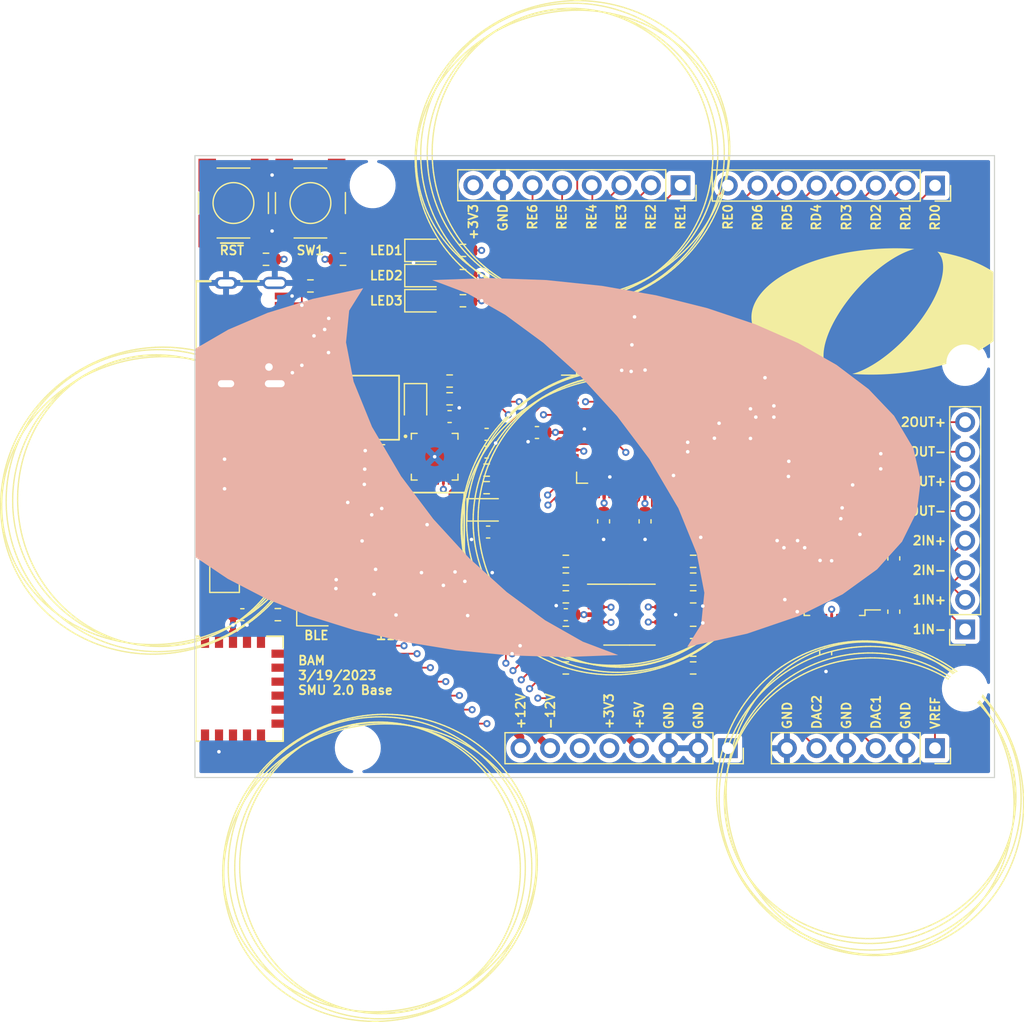
<source format=kicad_pcb>
(kicad_pcb (version 20211014) (generator pcbnew)
  (layers (0 "F.Cu" signal) (1 "In1.Cu" mixed) (2 "In2.Cu" signal) (31 "B.Cu" mixed) (34 "B.Paste" user) (35 "F.Paste" user) (36 "B.SilkS" user "B.Silkscreen") (37 "F.SilkS" user "F.Silkscreen") (38 "B.Mask" user) (39 "F.Mask" user) (44 "Edge.Cuts" user))
  (net 0 "")
  (net 1 "Net-(C1-Pad1)")
  (net 2 "GND")
  (net 3 "Net-(C2-Pad2)")
  (net 4 "Net-(C3-Pad2)")
  (net 5 "+3V3")
  (net 6 "Net-(C11-Pad1)")
  (net 7 "Net-(C11-Pad2)")
  (net 8 "Net-(C12-Pad1)")
  (net 9 "Net-(C12-Pad2)")
  (net 10 "/VREF")
  (net 11 "Net-(C17-Pad1)")
  (net 12 "Net-(C18-Pad1)")
  (net 13 "+5V")
  (net 14 "Net-(C21-Pad1)")
  (net 15 "Net-(C22-Pad1)")
  (net 16 "Net-(C24-Pad1)")
  (net 17 "Net-(C25-Pad1)")
  (net 18 "Net-(C26-Pad1)")
  (net 19 "Net-(C27-Pad1)")
  (net 20 "Net-(C28-Pad1)")
  (net 21 "+12V")
  (net 22 "Net-(C29-Pad2)")
  (net 23 "Net-(C30-Pad1)")
  (net 24 "-12V")
  (net 25 "Net-(D1-Pad2)")
  (net 26 "Net-(D2-Pad2)")
  (net 27 "Net-(D3-Pad2)")
  (net 28 "Net-(D4-Pad1)")
  (net 29 "Net-(D5-Pad2)")
  (net 30 "Net-(D6-Pad2)")
  (net 31 "Net-(D7-Pad1)")
  (net 32 "Net-(D8-Pad2)")
  (net 33 "Net-(J1-PadA5)")
  (net 34 "Net-(J1-PadA6)")
  (net 35 "Net-(J1-PadA7)")
  (net 37 "Net-(J1-PadB5)")
  (net 39 "Net-(J2-Pad1)")
  (net 40 "Net-(J2-Pad4)")
  (net 41 "Net-(J2-Pad5)")
  (net 42 "Net-(J2-Pad6)")
  (net 45 "/D0")
  (net 46 "/D1")
  (net 47 "/D2")
  (net 48 "/D3")
  (net 49 "/D4")
  (net 50 "/D5")
  (net 51 "/D6")
  (net 52 "/D7")
  (net 53 "/D8")
  (net 54 "/D9")
  (net 55 "/D10")
  (net 56 "/D11")
  (net 57 "/D12")
  (net 58 "/D13")
  (net 59 "/CH1IN-")
  (net 60 "/CH1IN+")
  (net 61 "/CH2IN-")
  (net 62 "/CH2IN+")
  (net 63 "/CH1OUT+")
  (net 64 "/CH1OUT-")
  (net 65 "/CH2OUT+")
  (net 66 "/CH2OUT-")
  (net 67 "/DAC1")
  (net 68 "/DAC2")
  (net 69 "Net-(Q1-Pad1)")
  (net 70 "Net-(R3-Pad2)")
  (net 71 "Net-(R5-Pad2)")
  (net 72 "Net-(R6-Pad2)")
  (net 73 "Net-(R7-Pad2)")
  (net 74 "Net-(R8-Pad2)")
  (net 75 "/DAC_MISO")
  (net 76 "Net-(R10-Pad1)")
  (net 77 "/CH0+")
  (net 78 "Net-(R11-Pad2)")
  (net 79 "/CH0-")
  (net 80 "Net-(R13-Pad2)")
  (net 81 "/CH1+")
  (net 82 "Net-(R15-Pad2)")
  (net 83 "/CH1-")
  (net 84 "Net-(R17-Pad2)")
  (net 85 "/ENA12V")
  (net 86 "Net-(R26-Pad2)")
  (net 87 "Net-(R28-Pad2)")
  (net 88 "/RST_N")
  (net 89 "/CTS")
  (net 90 "/ADC_CLKSEL")
  (net 91 "/RTS")
  (net 92 "/ADC_CLK")
  (net 93 "/TX")
  (net 94 "/RX")
  (net 95 "/RX_IND")
  (net 96 "/ADC_DRDY")
  (net 97 "/ADC_CSN")
  (net 98 "/ADC_MOSI")
  (net 99 "/ADC_SCK")
  (net 100 "/ADC_MISO")
  (net 101 "/ADC_START")
  (net 102 "/DAC_CSN")
  (net 103 "/DAC_MOSI")
  (net 104 "/DAC_SCK")
  (footprint "Capacitor_SMD:C_0603_1608Metric" (layer "F.Cu") (at 129.286 113.566627 180)
    (fp_text reference "C28" hide)
    (fp_text value "10µF" hide)
  )
  (footprint "LED_SMD:LED_0805_2012Metric" (layer "F.Cu") (at 123.825 91.567)
    (fp_text reference "D2" hide)
    (fp_text value "B" hide)
  )
  (footprint "LED_SMD:LED_0805_2012Metric" (layer "F.Cu") (at 123.825 89.408)
    (fp_text reference "D1" hide)
    (fp_text value "G" hide)
  )
  (footprint "Capacitor_SMD:C_0603_1608Metric" (layer "F.Cu") (at 129.159 106.708627)
    (fp_text reference "C25" hide)
    (fp_text value "220nF" hide)
  )
  (footprint "Resistor_SMD:R_0603_1608Metric" (layer "F.Cu") (at 146.875 123.698)
    (fp_text reference "R15" hide)
    (fp_text value "1.58K" hide)
  )
  (footprint "Capacitor_SMD:C_0603_1608Metric" (layer "F.Cu") (at 128.0655 117.046427)
    (fp_text reference "C23" hide)
    (fp_text value "10µF" hide)
  )
  (footprint "Connector_PinSocket_2.54mm:PinSocket_1x08_P2.54mm_Vertical" (layer "F.Cu") (at 145.796 83.82 -90)
    (fp_text reference "J5" hide)
    (fp_text value "Digital2" hide)
  )
  (footprint "Eclectronics:LT3032" (layer "F.Cu") (at 119.253 114.328627 90)
    (fp_text reference "U8" hide)
    (fp_text value "LT3032EDE-12" hide)
  )
  (footprint "Resistor_SMD:R_0603_1608Metric" (layer "F.Cu") (at 114.046 95.25)
    (fp_text reference "R4" hide)
    (fp_text value "5.1K" hide)
  )
  (footprint "Crystal:Crystal_SMD_2012-2Pin_2.0x1.2mm" (layer "F.Cu") (at 149.733 100.392 -90)
    (fp_text reference "Y1" hide)
    (fp_text value "32K768" hide)
  )
  (footprint "LED_SMD:LED_0805_2012Metric" (layer "F.Cu") (at 123.825 93.726)
    (fp_text reference "D3" hide)
    (fp_text value "R" hide)
  )
  (footprint "Resistor_SMD:R_0603_1608Metric" (layer "F.Cu") (at 146.875 116.078)
    (fp_text reference "R22" hide)
    (fp_text value "40.2K" hide)
  )
  (footprint "Capacitor_SMD:C_0603_1608Metric" (layer "F.Cu") (at 153.924 120.269 -90)
    (fp_text reference "C9" hide)
    (fp_text value "1µF" hide)
  )
  (footprint "Capacitor_SMD:C_0603_1608Metric" (layer "F.Cu") (at 129.159 105.184627)
    (fp_text reference "C26" hide)
    (fp_text value "4.7nF" hide)
  )
  (footprint "Diode_SMD:D_0805_2012Metric" (layer "F.Cu") (at 123.063 102.517627 -90)
    (fp_text reference "D6" hide)
    (fp_text value "SD0805S020S1R0" hide)
  )
  (footprint "Resistor_SMD:R_0603_1608Metric" (layer "F.Cu") (at 117.983 120.424627)
    (fp_text reference "R30" hide)
    (fp_text value "10K" hide)
  )
  (footprint "Capacitor_SMD:C_0603_1608Metric" (layer "F.Cu") (at 152.26 101.092 180)
    (fp_text reference "C2" hide)
    (fp_text value "22pF" hide)
  )
  (footprint "Eclectronics:TPS65131-Q" (layer "F.Cu") (at 124.701 107.104627)
    (fp_text reference "U6" hide)
    (fp_text value "TPS65131-Q1" hide)
  )
  (footprint "Resistor_SMD:R_0603_1608Metric" (layer "F.Cu") (at 146.875 122.174)
    (fp_text reference "R16" hide)
    (fp_text value "4.75K" hide)
  )
  (footprint "Eclectronics:gesture_ellipse" (layer "F.Cu") (at 100.965 110.871 -90)
    (fp_text reference "svg2mod" hide)
    (fp_text value "G***" hide)
  )
  (footprint "Package_QFP:TQFP-64_10x10mm_P0.5mm" (layer "F.Cu") (at 141.986 104.267)
    (fp_text reference "U1" hide)
    (fp_text value "PIC24FJ128GC006-I_PT" hide)
  )
  (footprint "Capacitor_SMD:C_0603_1608Metric" (layer "F.Cu") (at 121.031 118.900627 180)
    (fp_text reference "C32" hide)
    (fp_text value "10µF" hide)
  )
  (footprint "LED_SMD:LED_0805_2012Metric" (layer "F.Cu") (at 114.554 120.65)
    (fp_text reference "D4" hide)
    (fp_text value "BLE" hide)
  )
  (footprint "Resistor_SMD:R_0603_1608Metric" (layer "F.Cu") (at 135.953 119.126 180)
    (fp_text reference "R12" hide)
    (fp_text value "4.75K" hide)
  )
  (footprint "Capacitor_SMD:C_0603_1608Metric" (layer "F.Cu") (at 164.084 120.396 90)
    (fp_text reference "C11" hide)
    (fp_text value "10nF" hide)
  )
  (footprint "Capacitor_SMD:C_0603_1608Metric" (layer "F.Cu") (at 120.256 109.629627 180)
    (fp_text reference "C20" hide)
    (fp_text value "10µF" hide)
  )
  (footprint "Eclectronics:4-40_hole" (layer "F.Cu") (at 170.18 127)
    (fp_text reference "REF**" hide)
    (fp_text value "4-40_hole" hide)
  )
  (footprint "Capacitor_SMD:C_0603_1608Metric" (layer "F.Cu") (at 150.241 105.537 180)
    (fp_text reference "C8" hide)
    (fp_text value "0.1µF" hide)
  )
  (footprint "Resistor_SMD:R_0603_1608Metric" (layer "F.Cu") (at 111.252 120.65)
    (fp_text reference "R10" hide)
    (fp_text value "1K" hide)
  )
  (footprint "Package_QFP:PQFP-32_5x5mm_P0.5mm" (layer "F.Cu") (at 159.004 118.11 180)
    (fp_text reference "U2" hide)
    (fp_text value "ADS1292IPBS" hide)
  )
  (footprint "Resistor_SMD:R_0603_1608Metric" (layer "F.Cu") (at 146.875 125.222)
    (fp_text reference "R21" hide)
    (fp_text value "40.2K" hide)
  )
  (footprint "Capacitor_SMD:C_0603_1608Metric" (layer "F.Cu") (at 164.084 115.824 90)
    (fp_text reference "C12" hide)
    (fp_text value "10nF" hide)
  )
  (footprint "Resistor_SMD:R_0603_1608Metric" (layer "F.Cu") (at 120.269 111.153627)
    (fp_text reference "R23" hide)
    (fp_text value "10K" hide)
  )
  (footprint "Connector_PinSocket_2.54mm:PinSocket_1x08_P2.54mm_Vertical" (layer "F.Cu") (at 170.205 121.92 180)
    (fp_text reference "J6" hide)
    (fp_text value "Analog1" hide)
  )
  (footprint "Eclectronics:RN4871" (layer "F.Cu") (at 108.204 127 90)
    (fp_text reference "U7" hide)
    (fp_text value "RN4871" hide)
  )
  (footprint "Connector_PinSocket_2.54mm:PinSocket_1x08_P2.54mm_Vertical" (layer "F.Cu") (at 149.845 132.105 -90)
    (fp_text reference "J3" hide)
    (fp_text value "Power" hide)
  )
  (footprint "Capacitor_SMD:C_0603_1608Metric" (layer "F.Cu") (at 117.983 117.376627)
    (fp_text reference "C29" hide)
    (fp_text value "10nF" hide)
  )
  (footprint "Capacitor_SMD:C_0603_1608Metric" (layer "F.Cu") (at 117.983 118.900627)
    (fp_text reference "C31" hide)
    (fp_text value "10µF" hide)
  )
  (footprint "Resistor_SMD:R_0603_1608Metric" (layer "F.Cu") (at 135.953 122.174 180)
    (fp_text reference "R14" hide)
    (fp_text value "4.75K" hide)
  )
  (footprint "Eclectronics:USB4105-GF-A" (layer "F.Cu") (at 106.807 96.52 -90)
    (fp_text reference "J1" hide)
    (fp_text value "USB4105-GF-A" hide)
  )
  (footprint "Capacitor_SMD:C_0603_1608Metric" (layer "F.Cu") (at 117.221 106.581627)
    (fp_text reference "C21" hide)
    (fp_text value "10µF" hide)
  )
  (footprint "Capacitor_SMD:C_0603_1608Metric" (layer "F.Cu") (at 141.097 95.885 90)
    (fp_text reference "C1" hide)
    (fp_text value "10µF" hide)
  )
  (footprint "Eclectronics:TL3301AFxxxxJ" (layer "F.Cu") (at 114.046 85.344 -90)
    (fp_text reference "S2" hide)
    (fp_text value "SW1" hide)
  )
  (footprint "Resistor_SMD:R_0603_1608Metric" (layer "F.Cu") (at 120.269 108.105627)
    (fp_text reference "R24" hide)
    (fp_text value "100" hide)
  )
  (footprint "Eclectronics:gesture_ellipse" (layer "F.Cu") (at 120.015 142.367 90)
    (fp_text reference "svg2mod" hide)
    (fp_text value "G***" hide)
  )
  (footprint "Package_SO:TSSOP-14_4.4x5mm_P0.65mm" (layer "F.Cu") (at 141.414 120.65)
    (fp_text reference "U4" hide)
    (fp_text value "MCP6024" hide)
  )
  (footprint "Capacitor_SMD:C_0603_1608Metric" (layer "F.Cu") (at 139.192 112.649 90)
    (fp_text reference "C6" hide)
    (fp_text value "0.1µF" hide)
  )
  (footprint "Eclectronics:gesture_ellipse" (layer "F.Cu") (at 140.462 112.649 90)
    (fp_text reference "svg2mod" hide)
    (fp_text value "G***" hide)
  )
  (footprint "Resistor_SMD:R_0603_1608Metric" (layer "F.Cu") (at 128.0655 118.570427)
    (fp_text reference "R25" hide)
    (fp_text value "1K" hide)
  )
  (footprint "Connector_PinSocket_2.54mm:PinSocket_1x08_P2.54mm_Vertical" (layer "F.Cu") (at 167.625 83.845 -90)
    (fp_text reference "J4" hide)
    (fp_text value "Digital1" hide)
  )
  (footprint "Package_SO:TSSOP-16_4.4x5mm_P0.65mm" (layer "F.Cu") (at 159.004 107.823 180)
    (fp_text reference "U3" hide)
    (fp_text value "DAC8565" hide)
  )
  (footprint "Eclectronics:4-40_hole" (layer "F.Cu") (at 119.38 83.82)
    (fp_text reference "REF**" hide)
    (fp_text value "4-40_hole" hide)
  )
  (footprint "Resistor_SMD:R_0603_1608Metric" (layer "F.Cu") (at 110.236 90.17 180)
    (fp_text reference "R1" hide)
    (fp_text value "10K" hide)
  )
  (footprint "Capacitor_SMD:C_0603_1608Metric" (layer "F.Cu") (at 160.401 112.268 90)
    (fp_text reference "C18" hide)
    (fp_text value "1µF" hide)
  )
  (footprint "Capacitor_SMD:C_0603_1608Metric" (layer "F.Cu") (at 121.031 117.376627)
    (fp_text reference "C30" hide)
    (fp_text value "10nF" hide)
  )
  (footprint "Resistor_SMD:R_0603_1608Metric" (layer "F.Cu") (at 127.127 89.408)
    (fp_text reference "R6" hide)
    (fp_text value "1K" hide)
  )
  (footprint "Resistor_SMD:R_0603_1608Metric" (layer "F.Cu") (at 125.984 100.612627)
    (fp_text reference "R28" hide)
    (fp_text value "975K" hide)
  )
  (footprint "Resistor_SMD:R_0603_1608Metric" (layer "F.Cu") (at 135.953 123.698 180)
    (fp_text reference "R13" hide)
    (fp_text value "1.58K" hide)
  )
  (footprint "Package_TO_SOT_SMD:SOT-23" (layer "F.Cu") (at 124.5095 117.935427 180)
    (fp_text reference "U5" hide)
    (fp_text value "MCP1702T-3302E_CB" hide)
  )
  (footprint "Eclectronics:4-40_hole" (layer "F.Cu") (at 170.18 99.06)
    (fp_text reference "REF**" hide)
    (fp_text value "4-40_hole" hide)
  )
  (footprint "Connector_PinSocket_2.54mm:PinSocket_1x06_P2.54mm_Vertical" (layer "F.Cu") (at 167.615 132.105 -90)
    (fp_text reference "J7" hide)
    (fp_text value "Analog2" hide)
  )
  (footprint "Capacitor_SMD:C_0603_1608Metric" (layer "F.Cu") (at 133.477 105.029)
    (fp_text reference "C5" hide)
    (fp_text value "0.1µF" hide)
  )
  (footprint "LED_SMD:LED_0805_2012Metric" (layer "F.Cu") (at 121.285 120.678627 180)
    (fp_text reference "D8" hide)
    (fp_text value "+12V" hide)
  )
  (footprint "Eclectronics:TL3301NFxxxxJ" (layer "F.Cu") (at 107.442 85.344 90)
    (fp_text reference "S1" hide)
    (fp_text value "RST" hide)
  )
  (footprint "Capacitor_SMD:C_0603_1608Metric" (layer "F.Cu") (at 154.275 108.25 -90)
    (fp_text reference "C10" hide)
    (fp_text value "0.1µF" hide)
  )
  (footprint "Capacitor_SMD:C_0603_1608Metric" (layer "F.Cu") (at 120.269 106.581627 180)
    (fp_text reference "C22" hide)
    (fp_text value "0.1µF" hide)
  )
  (footprint "Resistor_SMD:R_0603_1608Metric" (layer "F.Cu") (at 129.159 108.254627 180)
    (fp_text reference "R26" hide)
    (fp_text value "104.8K" hide)
  )
  (footprint "Resistor_SMD:R_0603_1608Metric" (layer "F.Cu") (at 114.046 92.456)
    (fp_text reference "R5" hide)
    (fp_text value "100K" hide)
  )
  (footprint "Eclectronics:PA5003.182NLT" (layer "F.Cu") (at 124.587 112.931627 90)
    (fp_text reference "L2" hide)
    (fp_text value "4.7µH" hide)
  )
  (footprint "Resistor_SMD:R_0603_1608Metric" (layer "F.Cu") (at 146.875 117.602)
    (fp_text reference "R17" hide)
    (fp_text value "1.58K" hide)
  )
  (footprint "Eclectronics:gesture_ellipse" (layer "F.Cu") (at 162.052 136.398)
    (fp_text reference "svg2mod" hide)
    (fp_text value "G***" hide)
  )
  (footprint "Capacitor_SMD:C_0603_1608Metric" (layer "F.Cu") (at 135.953 120.65 180)
    (fp_text reference "C19" hide)
    (fp_text value "0.1µF" hide)
  )
  (footprint "Capacitor_SMD:C_0603_1608Metric" (layer "F.Cu") (at 163.8 107.742 90)
    (fp_text reference "C15" hide)
    (fp_text value "0.1µF" hide)
  )
  (footprint "Capacitor_SMD:C_0603_1608Metric" (layer "F.Cu") (at 162.052 113.665 90)
    (fp_text reference "C13" hide)
    (fp_text value "10µF" hide)
  )
  (footprint "Capacitor_SMD:C_0603_1608Metric" (layer "F.Cu") (at 108.204 120.65)
    (fp_text reference "C16" hide)
    (fp_text value "10µF" hide)
  )
  (footprint "Resistor_SMD:R_0603_1608Metric" (layer "F.Cu") (at 127.127 91.567)
    (fp_text reference "R7" hide)
    (fp_text value "1K" hide)
  )
  (footprint "Eclectronics:OlinLogoTruncated_0.4in" (layer "F.Cu") (at 161.544 94.615)
    (fp_text reference "svg2mod" hide)
    (fp_text value "G***" hide)
  )
  (footprint "Capacitor_SMD:C_0603_1608Metric" (layer "F.Cu") (at 158.242 123.952 -90)
    (fp_text reference "C17" hide)
    (fp_text value "1µF" hide)
  )
  (footprint "Capacitor_SMD:C_0603_1608Metric" (layer "F.Cu") (at 142.748 112.649 90)
    (fp_text reference "C7" hide)
    (fp_text value "0.1µF" hide)
  )
  (footprint "Resistor_SMD:R_0603_1608Metric" (layer "F.Cu") (at 116.84 90.17)
    (fp_text reference "R3" hide)
    (fp_text value "10K" hide)
  )
  (footprint "Resistor_SMD:R_0603_1608Metric" (layer "F.Cu") (at 135.953 116.078 180)
    (fp_text reference "R19" hide)
    (fp_text value "40.2K" hide)
  )
  (footprint "Capacitor_SMD:C_0603_1608Metric" (layer "F.Cu") (at 125.984 103.660627)
    (fp_text reference "C24" hide)
    (fp_text value "10nF" hide)
  )
  (footprint "Eclectronics:4-40_hole" (layer "F.Cu") (at 118.11 132.08)
    (fp_text reference "REF**" hide)
    (fp_text value "4-40_hole" hide)
  )
  (footprint "Resistor_SMD:R_0603_1608Metric" (layer "F.Cu") (at 114.046 98.171)
    (fp_text reference "R2" hide)
    (fp_text value "5.1K" hide)
  )
  (footprint "Diode_SMD:D_0805_2012Metric" (layer "F.Cu") (at 129.159 111.661627)
    (fp_text reference "D7" hide)
    (fp_text value "SD0805S020S1R0" hide)
  )
  (footprint "Capacitor_SMD:C_0603_1608Metric" (layer "F.Cu") (at 158.877 112.268 90)
    (fp_text reference "C14" hide)
    (fp_text value "1µF" hide)
  )
  (footprint "Resistor_SMD:R_0603_1608Metric" (layer "F.Cu") (at 129.159 109.756627 180)
    (fp_text reference "R27" hide)
    (fp_text value "1.3MEG" hide)
  )
  (footprint "Eclectronics:gesture_ellipse" (layer "F.Cu") (at 136.525 81.153 90)
    (fp_text reference "svg2mod" hide)
    (fp_text value "G***" hide)
  )
  (footprint "Capacitor_SMD:C_0603_1608Metric" (layer "F.Cu") (at 142.621 95.885 90)
    (fp_text reference "C4" hide)
    (fp_text value "0.1µF" hide)
  )
  (footprint "Eclectronics:PA5003.182NLT" (layer "F.Cu") (at 118.999 102.898627 -90)
    (fp_text reference "L1" hide)
    (fp_text value "4.7µH" hide)
  )
  (footprint "Resistor_SMD:R_0603_1608Metric" (layer "F.Cu") (at 125.984 102.136627)
    (fp_text reference "R29" hide)
    (fp_text value "85.8K" hide)
  )
  (footprint "Capacitor_SMD:C_0603_1608Metric" (layer "F.Cu") (at 117.094 111.661627)
    (fp_text reference "C27" hide)
    (fp_text value "10µF" hide)
  )
  (footprint "Resistor_SMD:R_0603_1608Metric" (layer "F.Cu") (at 135.953 117.602 180)
    (fp_text reference "R11" hide)
    (fp_text value "1.58K" hide)
  )
  (footprint "Resistor_SMD:R_0603_1608Metric" (layer "F.Cu") (at 135.953 125.222 180)
    (fp_text reference "R20" hide)
    (fp_text value "40.2K" hide)
  )
  (footprint "Resistor_SMD:R_0603_1608Metric" (layer "F.Cu") (at 127.127 93.726)
    (fp_text reference "R8" hide)
    (fp_text value "1K" hide)
  )
  (footprint "Resistor_SMD:R_0603_1608Metric" (layer "F.Cu") (at 146.875 119.126)
    (fp_text reference "R18" hide)
    (fp_text value "4.75K" hide)
  )
  (footprint "Resistor_SMD:R_0603_1608Metric" (layer "F.Cu") (at 150.241 102.997 180)
    (fp_text reference "R9" hide)
    (fp_text value "10K" hide)
  )
  (footprint "Eclectronics:ICD3_header" (layer "F.Cu") (at 106.68 111.125)
    (fp_text reference "J2" hide)
    (fp_text value "ICD Header" hide)
  )
  (footprint "LED_SMD:LED_0805_2012Metric" (layer "F.Cu") (at 127.4305 120.729427 180)
    (fp_text reference "D5" hide)
    (fp_text value "+3V3" hide)
  )
  (footprint "Package_TO_SOT_SMD:SOT-23" (layer "F.Cu") (at 116.713 109.121627 180)
    (fp_text reference "Q1" hide)
    (fp_text value "AOSS21115C" hide)
  )
  (footprint "Capacitor_SMD:C_0603_1608Metric" (layer "F.Cu") (at 152.26 99.568 180)
    (fp_text reference "C3" hide)
    (fp_text value "22pF" hide)
  )
  (footprint "Eclectronics:OlinLogoTruncatedLg" (layer "B.Cu") (at 137.38563 107.95 180)
    (fp_text reference "svg2mod" hide)
    (fp_text value "G***" hide)
  )
  (gr_line (start 172.72 134.62) (end 104.14 134.62) (layer "Edge.Cuts") (width 0.1))
  (gr_line (start 104.14 134.62) (end 104.14 81.28) (layer "Edge.Cuts") (width 0.1))
  (gr_line (start 104.14 81.28) (end 172.72 81.28) (layer "Edge.Cuts") (width 0.1))
  (gr_line (start 172.72 81.28) (end 172.72 134.62) (layer "Edge.Cuts") (width 0.1))
  (gr_text "+3V3" (at 139.655 130.556 90) (layer "F.SilkS") (effects (font (size 0.762 0.762) (thickness 0.1524)) (justify left)))
  (gr_text "GND" (at 154.94 130.556 90) (layer "F.SilkS") (effects (font (size 0.762 0.762) (thickness 0.1524)) (justify left)))
  (gr_text "BAM" (at 112.903 124.587) (layer "F.SilkS") (effects (font (size 0.762 0.762) (thickness 0.1524)) (justify left)))
  (gr_text "-12V" (at 134.62 130.556 90) (layer "F.SilkS") (effects (font (size 0.762 0.762) (thickness 0.1524)) (justify left)))
  (gr_text "+5V" (at 142.24 130.556 90) (layer "F.SilkS") (effects (font (size 0.762 0.762) (thickness 0.1524)) (justify left)))
  (gr_text "LED3" (at 122.047 93.726) (layer "F.SilkS") (effects (font (size 0.762 0.762) (thickness 0.1524)) (justify right)))
  (gr_text "+3V3" (at 128.016 85.344 90) (layer "F.SilkS") (effects (font (size 0.762 0.762) (thickness 0.1524)) (justify right)))
  (gr_text "LED1" (at 122.047 89.408) (layer "F.SilkS") (effects (font (size 0.762 0.762) (thickness 0.1524)) (justify right)))
  (gr_text "GND" (at 160.02 130.556 90) (layer "F.SilkS") (effects (font (size 0.762 0.762) (thickness 0.1524)) (justify left)))
  (gr_text "RE2" (at 143.256 85.344 90) (layer "F.SilkS") (effects (font (size 0.762 0.762) (thickness 0.1524)) (justify right)))
  (gr_text "2IN-" (at 168.656 116.84) (layer "F.SilkS") (effects (font (size 0.762 0.762) (thickness 0.1524)) (justify right)))
  (gr_text "2IN+" (at 168.656 114.3) (layer "F.SilkS") (effects (font (size 0.762 0.762) (thickness 0.1524)) (justify right)))
  (gr_text "GND" (at 144.78 130.556 90) (layer "F.SilkS") (effects (font (size 0.762 0.762) (thickness 0.1524)) (justify left)))
  (gr_text "RD5" (at 154.94 85.344 90) (layer "F.SilkS") (effects (font (size 0.762 0.762) (thickness 0.1524)) (justify right)))
  (gr_text "RD0" (at 167.625 85.344 90) (layer "F.SilkS") (effects (font (size 0.762 0.762) (thickness 0.1524)) (justify right)))
  (gr_text "1OUT-" (at 168.656 111.76) (layer "F.SilkS") (effects (font (size 0.762 0.762) (thickness 0.1524)) (justify right)))
  (gr_text "1IN-" (at 168.656 121.92) (layer "F.SilkS") (effects (font (size 0.762 0.762) (thickness 0.1524)) (justify right)))
  (gr_text "±12V" (at 121.158 122.428) (layer "F.SilkS") (effects (font (size 0.762 0.762) (thickness 0.1524))))
  (gr_text "VREF" (at 167.64 130.556 90) (layer "F.SilkS") (effects (font (size 0.762 0.762) (thickness 0.1524)) (justify left)))
  (gr_text "LED2" (at 122.047 91.567) (layer "F.SilkS") (effects (font (size 0.762 0.762) (thickness 0.1524)) (justify right)))
  (gr_text "RE5" (at 135.606 85.344 90) (layer "F.SilkS") (effects (font (size 0.762 0.762) (thickness 0.1524)) (justify right)))
  (gr_text "RD6" (at 152.4 85.344 90) (layer "F.SilkS") (effects (font (size 0.762 0.762) (thickness 0.1524)) (justify right)))
  (gr_text "GND" (at 108.204 109.855) (layer "F.SilkS") (effects (font (size 0.762 0.762) (thickness 0.1524)) (justify left)))
  (gr_text "+12V" (at 132.08 130.556 90) (layer "F.SilkS") (effects (font (size 0.762 0.762) (thickness 0.1524)) (justify left)))
  (gr_text "RE1" (at 145.796 85.344 90) (layer "F.SilkS") (effects (font (size 0.762 0.762) (thickness 0.1524)) (justify right)))
  (gr_text "3/19/2023" (at 112.903 125.857) (layer "F.SilkS") (effects (font (size 0.762 0.762) (thickness 0.1524)) (justify left)))
  (gr_text "+3V3" (at 108.204 107.315) (layer "F.SilkS") (effects (font (size 0.762 0.762) (thickness 0.1524)) (justify left)))
  (gr_text "RB7" (at 108.204 112.395) (layer "F.SilkS") (effects (font (size 0.762 0.762) (thickness 0.1524)) (justify left)))
  (gr_text "2OUT-" (at 168.656 106.68) (layer "F.SilkS") (effects (font (size 0.762 0.762) (thickness 0.1524)) (justify right)))
  (gr_text "BLE" (at 114.554 122.428) (layer "F.SilkS") (effects (font (size 0.762 0.762) (thickness 0.1524))))
  (gr_text "RE6" (at 133.096 85.344 90) (layer "F.SilkS") (effects (font (size 0.762 0.762) (thickness 0.1524)) (justify right)))
  (gr_text "1IN+" (at 168.656 119.38) (layer "F.SilkS") (effects (font (size 0.762 0.762) (thickness 0.1524)) (justify right)))
  (gr_text "~{RST}" (at 108.204 104.775) (layer "F.SilkS") (effects (font (size 0.762 0.762) (thickness 0.1524)) (justify left)))
  (gr_text "SMU 2.0 Base" (at 112.903 127.127) (layer "F.SilkS") (effects (font (size 0.762 0.762) (thickness 0.1524)) (justify left)))
  (gr_text "RD2" (at 162.56 85.344 90) (layer "F.SilkS") (effects (font (size 0.762 0.762) (thickness 0.1524)) (justify right)))
  (gr_text "+3V3" (at 127.381 122.428) (layer "F.SilkS") (effects (font (size 0.762 0.762) (thickness 0.1524))))
  (gr_text "SW1" (at 112.776 89.408) (layer "F.SilkS") (effects (font (size 0.762 0.762) (thickness 0.1524)) (justify left)))
  (gr_text "RE4" (at 138.176 85.344 90) (layer "F.SilkS") (effects (font (size 0.762 0.762) (thickness 0.1524)) (justify right)))
  (gr_text "RB6" (at 108.204 114.935) (layer "F.SilkS") (effects (font (size 0.762 0.762) (thickness 0.1524)) (justify left)))
  (gr_text "2OUT+" (at 168.656 104.14) (layer "F.SilkS") (effects (font (size 0.762 0.762) (thickness 0.1524)) (justify right)))
  (gr_text "GND" (at 147.32 130.556 90) (layer "F.SilkS") (effects (font (size 0.762 0.762) (thickness 0.1524)) (justify left)))
  (gr_text "RD3" (at 160.02 85.344 90) (layer "F.SilkS") (effects (font (size 0.762 0.762) (thickness 0.1524)) (justify right)))
  (gr_text "RD4" (at 157.435 85.344 90) (layer "F.SilkS") (effects (font (size 0.762 0.762) (thickness 0.1524)) (justify right)))
  (gr_text "DAC1" (at 162.56 130.556 90) (layer "F.SilkS") (effects (font (size 0.762 0.762) (thickness 0.1524)) (justify left)))
  (gr_text "RE3" (at 140.716 85.344 90) (layer "F.SilkS") (effects (font (size 0.762 0.762) (thickness 0.1524)) (justify right)))
  (gr_text "1OUT+" (at 168.656 109.22) (layer "F.SilkS") (effects (font (size 0.762 0.762) (thickness 0.1524)) (justify right)))
  (gr_text "RE0" (at 149.86 85.344 90) (layer "F.SilkS") (effects (font (size 0.762 0.762) (thickness 0.1524)) (justify right)))
  (gr_text "~{RST}" (at 106.172 89.408) (layer "F.SilkS") (effects (font (size 0.762 0.762) (thickness 0.1524)) (justify left)))
  (gr_text "RD1" (at 165.1 85.344 90) (layer "F.SilkS") (effects (font (size 0.762 0.762) (thickness 0.1524)) (justify right)))
  (gr_text "DAC2" (at 157.48 130.556 90) (layer "F.SilkS") (effects (font (size 0.762 0.762) (thickness 0.1524)) (justify left)))
  (gr_text "RG7" (at 108.204 117.475) (layer "F.SilkS") (effects (font (size 0.762 0.762) (thickness 0.1524)) (justify left)))
  (gr_text "GND" (at 165.1 130.556 90) (layer "F.SilkS") (effects (font (size 0.762 0.762) (thickness 0.1524)) (justify left)))
  (gr_text "GND" (at 130.556 85.344 90) (layer "F.SilkS") (effects (font (size 0.762 0.762) (thickness 0.1524)) (justify right)))
  (segment (start 142.236 98.6045) (end 142.236 97.045) (width 0.254) (layer "F.Cu") (net 1))
  (segment (start 142.236 97.045) (end 142.621 96.66) (width 0.254) (layer "F.Cu") (net 1))
  (segment (start 141.097 96.66) (end 142.621 96.66) (width 0.254) (layer "F.Cu") (net 1))
  (segment (start 122.701 106.354627) (end 123.951 106.354627) (width 0.254) (layer "F.Cu") (net 2))
  (segment (start 137.3338 104.517) (end 137.541 104.7242) (width 0.254) (layer "F.Cu") (net 2))
  (segment (start 122.8875 89.408) (end 122.8875 91.567) (width 0.508) (layer "F.Cu") (net 2))
  (segment (start 126.809 102.136627) (end 126.809 103.610627) (width 0.508) (layer "F.Cu") (net 2))
  (segment (start 156.1415 109.448) (end 156.1415 110.098) (width 0.381) (layer "F.Cu") (net 2))
  (segment (start 163.681 106.848) (end 163.8 106.967) (width 0.381) (layer "F.Cu") (net 2))
  (segment (start 124.451 106.854627) (end 124.701 107.104627) (width 0.254) (layer "F.Cu") (net 2))
  (segment (start 155.804 119.86) (end 155.804 120.3956) (width 0.2032) (layer "F.Cu") (net 2))
  (segment (start 119.769812 111.153627) (end 120.159392 111.543207) (width 0.508) (layer "F.Cu") (net 2))
  (segment (start 117.996 106.581627) (end 119.494 106.581627) (width 0.508) (layer "F.Cu") (net 2))
  (segment (start 156.1415 108.798) (end 156.1415 109.448) (width 0.381) (layer "F.Cu") (net 2))
  (segment (start 114.871 98.171) (end 115.5954 98.171) (width 0.508) (layer "F.Cu") (net 2))
  (segment (start 119.444 111.153627) (end 119.769812 111.153627) (width 0.508) (layer "F.Cu") (net 2))
  (segment (start 160.7058 113.7666) (end 161.1754 113.7666) (width 0.1524) (layer "F.Cu") (net 2))
  (segment (start 119.253 115.728627) (end 119.253 115.106127) (width 0.254) (layer "F.Cu") (net 2))
  (segment (start 128.511 113.566627) (end 128.4986 113.566627) (width 0.508) (layer "F.Cu") (net 2))
  (segment (start 147.7 119.9124) (end 147.701 119.9134) (width 0.508) (layer "F.Cu") (net 2))
  (segment (start 117.869 111.649227) (end 117.2464 111.026627) (width 0.508) (layer "F.Cu") (net 2))
  (segment (start 108.604 121.025) (end 108.979 120.65) (width 0.508) (layer "F.Cu") (net 2))
  (segment (start 156.1415 108.148) (end 156.1415 108.798) (width 0.381) (layer "F.Cu") (net 2))
  (segment (start 139.192 113.424) (end 139.192 114.1984) (width 0.508) (layer "F.Cu") (net 2))
  (segment (start 155.1556 121.044) (end 155.8036 120.396) (width 0.508) (layer "F.Cu") (net 2))
  (segment (start 112.4712 93.3196) (end 112.4708 93.32) (width 0.508) (layer "F.Cu") (net 2))
  (segment (start 128.4986 113.566627) (end 127.8636 114.201627) (width 0.508) (layer "F.Cu") (net 2))
  (segment (start 155.804 120.3956) (end 155.8036 120.396) (width 0.2032) (layer "F.Cu") (net 2))
  (segment (start 161.8665 106.848) (end 161.8665 107.498) (width 0.381) (layer "F.Cu") (net 2))
  (segment (start 106.204 131.25) (end 106.204 132.4036) (width 0.508) (layer "F.Cu") (net 2))
  (segment (start 139.736 108.8496) (end 139.7254 108.839) (width 0.254) (layer "F.Cu") (net 2))
  (segment (start 108.604 122.75) (end 108.604 121.025) (width 0.508) (layer "F.Cu") (net 2))
  (segment (start 153.035 101.092) (end 153.035 99.568) (width 0.508) (layer "F.Cu") (net 2))
  (segment (start 109.692 87.744) (end 111.796 87.744) (width 0.508) (layer "F.Cu") (net 2))
  (segment (start 119.481 109.629627) (end 118.8212 109.629627) (width 0.508) (layer "F.Cu") (net 2))
  (segment (start 147.7 119.126) (end 147.7 119.9124) (width 0.508) (layer "F.Cu") (net 2))
  (segment (start 144.2765 120.65) (end 145.3764 120.65) (width 0.254) (layer "F.Cu") (net 2))
  (segment (start 125.447 118.885427) (end 125.447 118.140927) (width 0.508) (layer "F.Cu") (net 2))
  (segment (start 132.702 105.8034) (end 132.715 105.8164) (width 0.508) (layer "F.Cu") (net 2))
  (segment (start 147.7 122.174) (end 147.7 121.3622) (width 0.508) (layer "F.Cu") (net 2))
  (segment (start 141.097 95.11) (end 142.621 95.11) (width 0.508) (layer "F.Cu") (net 2))
  (segment (start 125.447 118.140927) (end 125.4493 118.138627) (width 0.508) (layer "F.Cu") (net 2))
  (segment (start 135.128 120.6) (end 135.178 120.65) (width 0.381) (layer "F.Cu") (net 2))
  (segment (start 135.128 119.126) (end 135.128 120.6) (width 0.381) (layer "F.Cu") (net 2))
  (segment (start 158.877 111.493) (end 160.401 111.493) (width 0.508) (layer "F.Cu") (net 2))
  (segment (start 148.9207 104.0562) (end 148.891174 104.0562) (width 0.254) (layer "F.Cu") (net 2))
  (segment (start 139.736 109.9295) (end 139.736 108.8496) (width 0.254) (layer "F.Cu") (net 2))
  (segment (start 156.1415 108.798) (end 154.502 108.798) (width 0.381) (layer "F.Cu") (net 2))
  (segment (start 112.4966 99.8982) (end 112.3184 99.72) (width 0.508) (layer "F.Cu") (net 2))
  (segment (start 114.871 95.25) (end 115.605 95.25) (width 0.508) (layer "F.Cu") (net 2))
  (segment (start 119.753 115.728627) (end 119.253 115.728627) (width 0.254) (layer "F.Cu") (net 2))
  (segment (start 122.962 112.931627) (end 124.0536 112.931627) (width 0.635) (layer "F.Cu") (net 2))
  (segment (start 129.934 106.708627) (end 129.934 105.184627) (width 0.508) (layer "F.Cu") (net 2))
  (segment (start 112.4708 93.32) (end 111.562 93.32) (width 0.508) (layer "F.Cu") (net 2))
  (segment (start 149.098 104.2335) (end 148.9207 104.0562) (width 0.254) (layer "F.Cu") (net 2))
  (segment (start 125.951 105.854627) (end 124.701 107.104627) (width 0.254) (layer "F.Cu") (net 2))
  (segment (start 132.702 105.029) (end 132.702 105.8034) (width 0.508) (layer "F.Cu") (net 2))
  (segment (start 158.242 125.5014) (end 158.2674 125.5268) (width 0.508) (layer "F.Cu") (net 2))
  (segment (start 142.748 113.424) (end 142.748 114.1984) (width 0.508) (layer "F.Cu") (net 2))
  (segment (start 126.809 103.610627) (end 126.759 103.660627) (width 0.508) (layer "F.Cu") (net 2))
  (segment (start 136.3235 104.517) (end 137.3338 104.517) (width 0.254) (layer "F.Cu") (net 2))
  (segment (start 148.891174 104.0562) (end 148.851974 104.017) (width 0.254) (layer "F.Cu") (net 2))
  (segment (start 109.692 82.944) (end 111.796 82.944) (width 0.508) (layer "F.Cu") (net 2))
  (segment (start 128.8405 117.046427) (end 129.6403 117.046427) (width 0.508) (layer "F.Cu") (net 2))
  (segment (start 151.066 102.997) (end 151.7904 102.997) (width 0.508) (layer "F.Cu") (net 2))
  (segment (start 147.7 121.3622) (end 147.701 121.3612) (width 0.508) (layer "F.Cu") (net 2))
  (segment (start 112.3184 99.72) (end 111.562 99.72) (width 0.508) (layer "F.Cu") (net 2))
  (segment (start 161.8665 106.848) (end 163.681 106.848) (width 0.381) (layer "F.Cu") (net 2))
  (segment (start 117.869 111.661627) (end 117.869 111.649227) (width 0.508) (layer "F.Cu") (net 2))
  (segment (start 128.368 120.729427) (end 127.5321 120.729427) (width 0.508) (layer "F.Cu") (net 2))
  (segment (start 160.254 114.2184) (end 160.7058 113.7666) (width 0.1524) (layer "F.Cu") (net 2))
  (segment (start 120.256 118.900627) (end 118.758 118.900627) (width 0.508) (layer "F.Cu") (net 2))
  (segment (start 151.016 105.537) (end 151.7904 105.537) (width 0.508) (layer "F.Cu") (net 2))
  (segment (start 158.754 116.0232) (end 158.75 116.0272) (width 0.2032) (layer "F.Cu") (net 2))
  (segment (start 148.851974 104.017) (end 147.6485 104.017) (width 0.254) (layer "F.Cu") (net 2))
  (segment (start 154.502 108.798) (end 154.275 109.025) (width 0.381) (layer "F.Cu") (net 2))
  (segment (start 122.701 106.854627) (end 124.451 106.854627) (width 0.254) (layer "F.Cu") (net 2))
  (segment (start 106.204 132.4036) (end 106.1974 132.4102) (width 0.508) (layer "F.Cu") (net 2))
  (segment (start 122.2225 120.678627) (end 121.3866 120.678627) (width 0.508) (layer "F.Cu") (net 2))
  (segment (start 161.1754 113.7666) (end 162.052 112.89) (width 0.508) (layer "F.Cu") (net 2))
  (segment (start 122.8875 91.567) (end 122.8875 93.726) (width 0.508) (layer "F.Cu") (net 2))
  (segment (start 119.253 115.106127) (end 118.4755 114.328627) (width 0.254) (layer "F.Cu") (net 2))
  (segment (start 123.951 106.354627) (end 124.701 107.104627) (width 0.254) (layer "F.Cu") (net 2))
  (segment (start 118.8212 109.629627) (end 118.6688 109.477227) (width 0.508) (layer "F.Cu") (net 2))
  (segment (start 158.242 124.727) (end 158.242 125.5014) (width 0.508) (layer "F.Cu") (net 2))
  (segment (start 115.605 95.25) (end 115.615 95.24) (width 0.508) (layer "F.Cu") (net 2))
  (segment (start 135.128 122.174) (end 135.128 120.7) (width 0.381) (layer "F.Cu") (net 2))
  (segment (start 139.736 109.9295) (end 140.236 109.9295) (width 0.254) (layer "F.Cu") (net 2))
  (segment (start 160.254 114.91) (end 160.254 114.2184) (width 0.1524) (layer "F.Cu") (net 2))
  (segment (start 158.754 114.91) (end 158.754 116.0232) (width 0.2032) (layer "F.Cu") (net 2))
  (segment (start 135.128 120.7) (end 135.178 120.65) (width 0.381) (layer "F.Cu") (net 2))
  (segment (start 125.951 105.104627) (end 125.951 105.854627) (width 0.254) (layer "F.Cu") (net 2))
  (segment (start 153.924 121.044) (end 155.1556 121.044) (width 0.508) (layer "F.Cu") (net 2))
  (via (at 125.4493 118.138627) (size 0.6096) (drill 0.3048) (layers "F.Cu" "B.Cu") (net 2))
  (via (at 162.9668 106.848) (size 0.6096) (drill 0.3048) (layers "F.Cu" "B.Cu") (net 2))
  (via (at 106.68 109.855) (size 0.6096) (drill 0.3048) (layers "F.Cu" "B.Cu") (net 2))
  (via (at 142.748 114.1984) (size 0.6096) (drill 0.3048) (layers "F.Cu" "B.Cu") (net 2))
  (via (at 153.797 102.743) (size 0.6096) (drill 0.3048) (layers "F.Cu" "B.Cu") (net 2))
  (via (at 112.4966 99.8982) (size 0.6096) (drill 0.3048) (layers "F.Cu" "B.Cu") (net 2))
  (via (at 127.8636 114.201627) (size 0.6096) (drill 0.3048) (layers "F.Cu" "B.Cu") (net 2))
  (via (at 161.1754 113.7666) (size 0.6096) (drill 0.3048) (layers "F.Cu" "B.Cu") (net 2))
  (via (at 135.128 119.8758) (size 0.6096) (drill 0.3048) (layers "F.Cu" "B.Cu") (net 2))
  (via (at 155.8036 120.396) (size 0.6096) (drill 0.3048) (layers "F.Cu" "B.Cu") (net 2))
  (via (at 117.2464 111.026627) (size 0.6096) (drill 0.3048) (layers "F.Cu" "B.Cu") (net 2))
  (via (at 118.745 106.581627) (size 0.6096) (drill 0.3048) (layers "F.Cu" "B.Cu") (net 2))
  (via (at 155.0478 108.798) (size 0.6096) (drill 0.3048) (layers "F.Cu" "B.Cu") (net 2))
  (via (at 106.1974 132.4102) (size 0.6096) (drill 0.3048) (layers "F.Cu" "B.Cu") (net 2))
  (via (at 115.615 95.24) (size 0.6096) (drill 0.3048) (layers "F.Cu" "B.Cu") (net 2))
  (via (at 158.75 116.0272) (size 0.6096) (drill 0.3048) (layers "F.Cu" "B.Cu") (net 2))
  (via (at 110.757 82.944) (size 0.6096) (drill 0.3048) (layers "F.Cu" "B.Cu") (net 2))
  (via (at 127.5321 120.729427) (size 0.6096) (drill 0.3048) (layers "F.Cu" "B.Cu") (net 2))
  (via (at 159.652 111.493) (size 0.6096) (drill 0.3048) (layers "F.Cu" "B.Cu") (net 2))
  (via (at 120.159392 111.543207) (size 0.6096) (drill 0.3048) (layers "F.Cu" "B.Cu") (net 2))
  (via (at 151.7904 105.537) (size 0.6096) (drill 0.3048) (layers "F.Cu" "B.Cu") (net 2))
  (via (at 122.8875 90.4725) (size 0.6096) (drill 0.3048) (layers "F.Cu" "B.Cu") (net 2))
  (via (at 132.715 105.8164) (size 0.6096) (drill 0.3048) (layers "F.Cu" "B.Cu") (net 2))
  (via (at 121.3866 120.678627) (size 0.6096) (drill 0.3048) (layers "F.Cu" "B.Cu") (net 2))
  (via (at 145.3764 120.65) (size 0.6096) (drill 0.3048) (layers "F.Cu" "B.Cu") (net 2))
  (via (at 129.6403 117.046427) (size 0.6096) (drill 0.3048) (layers "F.Cu" "B.Cu") (net 2))
  (via (at 126.809 102.911827) (size 0.6096) (drill 0.3048) (layers "F.Cu" "B.Cu") (net 2))
  (via (at 158.2674 125.5268) (size 0.6096) (drill 0.3048) (layers "F.Cu" "B.Cu") (net 2))
  (via (at 112.4712 93.3196) (size 0.6096) (drill 0.3048) (layers "F.Cu" "B.Cu") (net 2))
  (via (at 155.829 114.3) (size 0.6096) (drill 0.3048) (layers "F.Cu" "B.Cu") (net 2))
  (via (at 139.7254 108.839) (size 0.6096) (drill 0.3048) (layers "F.Cu" "B.Cu") (net 2))
  (via (at 137.541 104.7242) (size 0.6096) (drill 0.3048) (layers "F.Cu" "B.Cu") (net 2))
  (via (at 151.7904 102.997) (size 0.6096) (drill 0.3048) (layers "F.Cu" "B.Cu") (net 2))
  (via (at 110.757 87.744) (size 0.6096) (drill 0.3048) (layers "F.Cu" "B.Cu") (net 2))
  (via (at 149.098 104.2335) (size 0.6096) (drill 0.3048) (layers "F.Cu" "B.Cu") (net 2))
  (via (at 147.701 119.9134) (size 0.6096) (drill 0.3048) (layers "F.Cu" "B.Cu") (net 2))
  (via (at 154.0764 114.3) (size 0.6096) (drill 0.3048) (layers "F.Cu" "B.Cu") (net 2))
  (via (at 119.507 118.900627) (size 0.6096) (drill 0.3048) (layers "F.Cu" "B.Cu") (net 2))
  (via (at 147.701 121.3612) (size 0.6096) (drill 0.3048) (layers "F.Cu" "B.Cu") (net 2))
  (via (at 115.5954 98.171) (size 0.6096) (drill 0.3048) (layers "F.Cu" "B.Cu") (net 2))
  (via (at 139.192 114.1984) (size 0.6096) (drill 0.3048) (layers "F.Cu" "B.Cu") (net 2))
  (via (at 141.8466 95.11) (size 0.6096) (drill 0.3048) (layers "F.Cu" "B.Cu") (net 2))
  (via (at 153.035 100.33) (size 0.6096) (drill 0.3048) (layers "F.Cu" "B.Cu") (net 2))
  (via (at 124.0536 112.931627) (size 0.6096) (drill 0.3048) (layers "F.Cu" "B.Cu") (net 2))
  (via (at 108.604 121.5454) (size 0.6096) (drill 0.3048) (layers "F.Cu" "B.Cu") (net 2))
  (via (at 118.6688 109.477227) (size 0.6096) (drill 0.3048) (layers "F.Cu" "B.Cu") (net 2))
  (via (at 129.934 105.933627) (size 0.6096) (drill 0.3048) (layers "F.Cu" "B.Cu") (net 2))
  (segment (start 149.733 101.092) (end 149.658 101.017) (width 0.1524) (layer "F.Cu") (net 3))
  (segment (start 149.733 101.092) (end 151.485 101.092) (width 0.1524) (layer "F.Cu") (net 3))
  (segment (start 149.658 101.017) (end 147.6485 101.017) (width 0.1524) (layer "F.Cu") (net 3))
  (segment (start 151.361 99.692) (end 151.485 99.568) (width 0.1524) (layer "F.Cu") (net 4))
  (segment (start 147.6485 100.517) (end 147.6485 100.1539) (width 0.1524) (layer "F.Cu") (net 4))
  (segment (start 149.733 99.692) (end 151.361 99.692) (width 0.1524) (layer "F.Cu") (net 4))
  (segment (start 147.6485 100.1539) (end 148.1104 99.692) (width 0.1524) (layer "F.Cu") (net 4))
  (segment (start 148.1104 99.692) (end 149.733 99.692) (width 0.1524) (layer "F.Cu") (net 4))
  (segment (start 139.236 109.9295) (end 139.236 111.83) (width 0.254) (layer "F.Cu") (net 5))
  (segment (start 163.8 108.517) (end 163.431 108.148) (width 0.381) (layer "F.Cu") (net 5))
  (segment (start 149.466 105.537) (end 149.446 105.517) (width 0.254) (layer "F.Cu") (net 5))
  (segment (start 153.924 119.494) (end 154.058 119.36) (width 0.2032) (layer "F.Cu") (net 5))
  (segment (start 141.736 98.6045) (end 141.736 97.625221) (width 0.254) (layer "F.Cu") (net 5))
  (segment (start 139.236 111.83) (end 139.192 111.874) (width 0.254) (layer "F.Cu") (net 5))
  (segment (start 157.754 114.91) (end 157.754 115.9964) (width 0.2032) (layer "F.Cu") (net 5))
  (segment (start 158.877 113.043) (end 158.9148 113.043) (width 0.508) (layer "F.Cu") (net 5))
  (segment (start 142.736 109.9295) (end 142.736 111.862) (width 0.254) (layer "F.Cu") (net 5))
  (segment (start 116.015 90.17) (end 115.2906 90.17) (width 0.508) (layer "F.Cu") (net 5))
  (segment (start 159.254 114.91) (end 159.254 113.42) (width 0.2032) (layer "F.Cu") (net 5))
  (segment (start 114.5652 119.5436) (end 115.4915 120.4699) (width 0.508) (layer "F.Cu") (net 5))
  (segment (start 111.061 90.17) (end 111.7854 90.17) (width 0.508) (layer "F.Cu") (net 5))
  (segment (start 127.2905 117.046427) (end 127.2905 118.520427) (width 0.508) (layer "F.Cu") (net 5))
  (segment (start 157.754 115.9964) (end 157.7594 116.0018) (width 0.2032) (layer "F.Cu") (net 5))
  (segment (start 141.736 97.625221) (end 141.620298 97.509519) (width 0.254) (layer "F.Cu") (net 5))
  (segment (start 136.3235 105.017) (end 134.264 105.017) (width 0.254) (layer "F.Cu") (net 5))
  (segment (start 158.754 121.31) (end 159.254 121.31) (width 0.2032) (layer "F.Cu") (net 5))
  (segment (start 148.697 106.707197) (end 148.697 105.517) (width 0.254) (layer "F.Cu") (net 5))
  (segment (start 154.298 107.498) (end 154.275 107.475) (width 0.381) (layer "F.Cu") (net 5))
  (segment (start 108.5484 119.5436) (end 114.5652 119.5436) (width 0.508) (layer "F.Cu") (net 5))
  (segment (start 147.6485 107.017) (end 148.387197 107.017) (width 0.254) (layer "F.Cu") (net 5))
  (segment (start 138.5515 120.65) (end 136.728 120.65) (width 0.381) (layer "F.Cu") (net 5))
  (segment (start 127.2905 118.520427) (end 127.2405 118.570427) (width 0.508) (layer "F.Cu") (net 5))
  (segment (start 115.4915 120.4699) (end 115.4915 120.65) (width 0.508) (layer "F.Cu") (net 5))
  (segment (start 147.6485 105.517) (end 148.697 105.517) (width 0.254) (layer "F.Cu") (net 5))
  (segment (start 163.431 108.148) (end 161.8665 108.148) (width 0.381) (layer "F.Cu") (net 5))
  (segment (start 154.058 119.36) (end 155.804 119.36) (width 0.2032) (layer "F.Cu") (net 5))
  (segment (start 125.447 116.985427) (end 126.448173 116.985427) (width 0.508) (layer "F.Cu") (net 5))
  (segment (start 107.404 122.75) (end 107.404 120.675) (width 0.508) (layer "F.Cu") (net 5))
  (segment (start 126.448173 116.985427) (end 127.2295 116.985427) (width 0.508) (layer "F.Cu") (net 5))
  (segment (start 107.429 120.65) (end 107.442 120.65) (width 0.508) (layer "F.Cu") (net 5))
  (segment (start 159.254 113.42) (end 158.877 113.043) (width 0.2032) (layer "F.Cu") (net 5))
  (segment (start 158.754 120.1968) (end 158.75 120.1928) (width 0.2032) (layer "F.Cu") (net 5))
  (segment (start 107.442 120.65) (end 108.5484 119.5436) (width 0.508) (layer "F.Cu") (net 5))
  (segment (start 148.387197 107.017) (end 148.697 106.707197) (width 0.254) (layer "F.Cu") (net 5))
  (segment (start 158.754 121.31) (end 158.754 120.1968) (width 0.2032) (layer "F.Cu") (net 5))
  (segment (start 142.736 111.862) (end 142.748 111.874) (width 0.254) (layer "F.Cu") (net 5))
  (segment (start 134.264 105.017) (end 134.252 105.029) (width 0.254) (layer "F.Cu") (net 5))
  (segment (start 156.1415 107.498) (end 154.298 107.498) (width 0.381) (layer "F.Cu") (net 5))
  (segment (start 107.404 120.675) (end 107.429 120.65) (width 0.508) (layer "F.Cu") (net 5))
  (segment (start 158.9148 113.043) (end 159.5374 112.4204) (width 0.508) (layer "F.Cu") (net 5))
  (segment (start 127.2295 116.985427) (end 127.2905 117.046427) (width 0.508) (layer "F.Cu") (net 5))
  (segment (start 149.446 105.517) (end 148.697 105.517) (width 0.254) (layer "F.Cu") (net 5))
  (via (at 157.7594 116.0018) (size 0.6096) (drill 0.3048) (layers "F.Cu" "B.Cu") (net 5))
  (via (at 154.7368 119.36) (size 0.6096) (drill 0.3048) (layers "F.Cu" "B.Cu") (net 5))
  (via (at 148.697 105.517) (size 0.6096) (drill 0.3048) (layers "F.Cu" "B.Cu") (net 5))
  (via (at 126.448173 116.985427) (size 0.6096) (drill 0.3048) (layers "F.Cu" "B.Cu") (net 5))
  (via (at 139.236 111.081) (size 0.6096) (drill 0.3048) (layers "F.Cu" "B.Cu") (net 5))
  (via (at 111.7854 90.17) (size 0.6096) (drill 0.3048) (layers "F.Cu" "B.Cu") (net 5))
  (via (at 159.5374 112.4204) (size 0.6096) (drill 0.3048) (layers "F.Cu" "B.Cu") (net 5))
  (via (at 141.620298 97.509519) (size 0.6096) (drill 0.3048) (layers "F.Cu" "B.Cu") (net 5))
  (via (at 158.75 120.1928) (size 0.6096) (drill 0.3048) (layers "F.Cu" "B.Cu") (net 5))
  (via (at 142.736 111.1116) (size 0.6096) (drill 0.3048) (layers "F.Cu" "B.Cu") (net 5))
  (via (at 155.0778 107.498) (size 0.6096) (drill 0.3048) (layers "F.Cu" "B.Cu") (net 5))
  (via (at 106.68 107.315) (size 0.6096) (drill 0.3048) (layers "F.Cu" "B.Cu") (net 5))
  (via (at 135.0638 105.017) (size 0.6096) (drill 0.3048) (layers "F.Cu" "B.Cu") (net 5))
  (via (at 115.2906 90.17) (size 0.6096) (drill 0.3048) (layers "F.Cu" "B.Cu") (net 5))
  (via (at 162.9622 108.148) (size 0.6096) (drill 0.3048) (layers "F.Cu" "B.Cu") (net 5))
  (via (at 137.5024 120.65) (size 0.6096) (drill 0.3048) (layers "F.Cu" "B.Cu") (net 5))
  (via (at 107.404 121.544) (size 0.6096) (drill 0.3048) (layers "F.Cu" "B.Cu") (net 5))
  (via (at 127.2905 117.796027) (size 0.6096) (drill 0.3048) (layers "F.Cu" "B.Cu") (net 5))
  (segment (start 164.084 121.171) (end 163.2588 121.171) (width 0.1524) (layer "F.Cu") (net 6))
  (segment (start 163.2588 121.171) (end 162.204 120.1162) (width 0.1524) (layer "F.Cu") (net 6))
  (segment (start 162.204 120.1162) (end 162.204 119.86) (width 0.1524) (layer "F.Cu") (net 6))
  (segment (start 163.823 119.36) (end 162.204 119.36) (width 0.1524) (layer "F.Cu") (net 7))
  (segment (start 164.084 119.621) (end 163.823 119.36) (width 0.1524) (layer "F.Cu") (net 7))
  (segment (start 163.823 116.86) (end 164.084 116.599) (width 0.1524) (layer "F.Cu") (net 8))
  (segment (start 162.204 116.86) (end 163.823 116.86) (width 0.1524) (layer "F.Cu") (net 8))
  (segment (start 163.2334 115.049) (end 162.204 116.0784) (width 0.1524) (layer "F.Cu") (net 9))
  (segment (start 162.204 116.0784) (end 162.204 116.36) (width 0.1524) (layer "F.Cu") (net 9))
  (segment (start 164.084 115.049) (end 163.2334 115.049) (width 0.1524) (layer "F.Cu") (net 9))
  (segment (start 160.5534 109.5248) (end 161.2802 108.798) (width 0.1524) (layer "F.Cu") (net 10))
  (segment (start 160.754 119.7584) (end 167.615 126.6194) (width 0.1524) (layer "F.Cu") (net 10))
  (segment (start 160.5534 110.1852) (end 162.7556 112.3874) (width 0.1524) (layer "F.Cu") (net 10))
  (segment (start 145.1864 108.712) (end 144.4914 108.017) (width 0.1524) (layer "F.Cu") (net 10))
  (segment (start 161.582 114.91) (end 160.754 114.91) (width 0.1524) (layer "F.Cu") (net 10))
  (segment (start 162.052 114.44) (end 161.582 114.91) (width 0.1524) (layer "F.Cu") (net 10))
  (segment (start 162.7556 112.3874) (end 162.7556 113.7364) (width 0.1524) (layer "F.Cu") (net 10))
  (segment (start 162.7556 113.7364) (end 162.052 114.44) (width 0.1524) (layer "F.Cu") (net 10))
  (segment (start 167.615 126.6194) (end 167.615 132.105) (width 0.1524) (layer "F.Cu") (net 10))
  (segment (start 161.2802 108.798) (end 161.8665 108.798) (width 0.1524) (layer "F.Cu") (net 10))
  (segment (start 160.754 114.91) (end 160.754 119.7584) (width 0.1524) (layer "F.Cu") (net 10))
  (segment (start 144.4914 108.017) (end 136.3235 108.017) (width 0.1524) (layer "F.Cu") (net 10))
  (segment (start 160.5534 109.5248) (end 160.5534 110.1852) (width 0.1524) (layer "F.Cu") (net 10))
  (via (at 160.5534 109.5248) (size 0.6096) (drill 0.3048) (layers "F.Cu" "B.Cu") (net 10))
  (via (at 145.1864 108.712) (size 0.6096) (drill 0.3048) (layers "F.Cu" "B.Cu") (net 10))
  (segment (start 158.254 123.165) (end 158.242 123.177) (width 0.2032) (layer "F.Cu") (net 11))
  (segment (start 158.254 121.31) (end 158.254 123.165) (width 0.2032) (layer "F.Cu") (net 11))
  (segment (start 159.754 113.69) (end 160.401 113.043) (width 0.1524) (layer "F.Cu") (net 12))
  (segment (start 159.754 114.91) (end 159.754 113.69) (width 0.1524) (layer "F.Cu") (net 12))
  (segment (start 113.3094 92.5444) (end 113.3094 94.107) (width 0.1524) (layer "F.Cu") (net 13))
  (segment (start 120.65 109.248627) (end 121.031 109.629627) (width 0.508) (layer "F.Cu") (net 13))
  (segment (start 142.225 132.105) (end 140.5998 130.4798) (width 0.635) (layer "F.Cu") (net 13))
  (segment (start 113.221 92.456) (end 113.3094 92.5444) (width 0.1524) (layer "F.Cu") (net 13))
  (segment (start 119.378 108.171627) (end 119.444 108.105627) (width 0.508) (layer "F.Cu") (net 13))
  (segment (start 123.572 117.935427) (end 123.572 117.048727) (width 0.635) (layer "F.Cu") (net 13))
  (segment (start 122.4788 108.994627) (end 122.701 108.772427) (width 0.508) (layer "F.Cu") (net 13))
  (segment (start 122.701 107.854627) (end 122.701 108.354627) (width 0.254) (layer "F.Cu") (net 13))
  (segment (start 117.6505 108.171627) (end 119.378 108.171627) (width 0.508) (layer "F.Cu") (net 13))
  (segment (start 119.7818 108.443427) (end 120.093787 108.443427) (width 0.508) (layer "F.Cu") (net 13))
  (segment (start 113.3094 99.2632) (end 112.903 99.2632) (width 0.508) (layer "F.Cu") (net 13))
  (segment (start 122.701 108.772427) (end 122.701 108.354627) (width 0.508) (layer "F.Cu") (net 13))
  (segment (start 121.666 108.994627) (end 122.4788 108.994627) (width 0.508) (layer "F.Cu") (net 13))
  (segment (start 123.572 117.048727) (end 123.5697 117.046427) (width 0.635) (layer "F.Cu") (net 13))
  (segment (start 112.903 99.2632) (end 112.5598 98.92) (width 0.508) (layer "F.Cu") (net 13))
  (segment (start 120.093787 108.443427) (end 120.65 108.99964) (width 0.508) (layer "F.Cu") (net 13))
  (segment (start 120.65 108.99964) (end 120.65 109.248627) (width 0.508) (layer "F.Cu") (net 13))
  (segment (start 124.4079 119.662627) (end 123.572 118.826727) (width 0.635) (layer "F.Cu") (net 13))
  (segment (start 123.572 118.826727) (end 123.572 117.935427) (width 0.635) (layer "F.Cu") (net 13))
  (segment (start 113.2964 94.12) (end 111.562 94.12) (width 0.508) (layer "F.Cu") (net 13))
  (segment (start 121.031 109.629627) (end 121.666 108.994627) (width 0.508) (layer "F.Cu") (net 13))
  (segment (start 140.5998 130.4798) (end 134.534119 130.4798) (width 0.635) (layer "F.Cu") (net 13))
  (segment (start 113.3094 94.107) (end 113.2964 94.12) (width 0.508) (layer "F.Cu") (net 13))
  (segment (start 112.5598 98.92) (end 111.562 98.92) (width 0.508) (layer "F.Cu") (net 13))
  (segment (start 134.534119 130.4798) (end 124.4079 120.353581) (width 0.635) (layer "F.Cu") (net 13))
  (segment (start 119.444 108.105627) (end 119.7818 108.443427) (width 0.508) (layer "F.Cu") (net 13))
  (segment (start 124.4079 120.353581) (end 124.4079 119.662627) (width 0.635) (layer "F.Cu") (net 13))
  (via (at 118.7031 108.171627) (size 0.6096) (drill 0.3048) (layers "F.Cu" "B.Cu") (net 13))
  (via (at 113.3094 99.2632) (size 0.6096) (drill 0.3048) (layers "F.Cu" "B.Cu") (net 13))
  (via (at 113.3094 94.107) (size 0.6096) (drill 0.3048) (layers "F.Cu" "B.Cu") (net 13))
  (via (at 123.5697 117.046427) (size 0.6096) (drill 0.3048) (layers "F.Cu" "B.Cu") (net 13))
  (segment (start 116.446 106.581627) (end 116.446 106.569227) (width 0.635) (layer "F.Cu") (net 14))
  (segment (start 117.374 105.641227) (end 117.374 102.898627) (width 0.635) (layer "F.Cu") (net 14))
  (segment (start 115.7755 107.252127) (end 116.446 106.581627) (width 0.635) (layer "F.Cu") (net 14))
  (segment (start 116.446 106.569227) (end 117.374 105.641227) (width 0.635) (layer "F.Cu") (net 14))
  (segment (start 115.7755 109.121627) (end 115.7755 107.252127) (width 0.635) (layer "F.Cu") (net 14))
  (segment (start 122.701 107.354627) (end 121.845 107.354627) (width 0.1524) (layer "F.Cu") (net 15))
  (segment (start 121.845 107.354627) (end 121.094 108.105627) (width 0.1524) (layer "F.Cu") (net 15))
  (segment (start 121.044 106.581627) (end 121.044 108.055627) (width 0.1524) (layer "F.Cu") (net 15))
  (segment (start 121.044 108.055627) (end 121.094 108.105627) (width 0.1524) (layer "F.Cu") (net 15))
  (segment (start 124.951 105.104627) (end 124.951 103.918627) (width 0.1524) (layer "F.Cu") (net 16))
  (segment (start 124.951 103.918627) (end 125.209 103.660627) (width 0.1524) (layer "F.Cu") (net 16))
  (segment (start 128.384 106.708627) (end 127.8128 106.708627) (width 0.1524) (layer "F.Cu") (net 17))
  (segment (start 129.1082 107.470627) (end 128.384 106.746427) (width 0.1524) (layer "F.Cu") (net 17))
  (segment (start 127.8128 106.708627) (end 127.4588 106.354627) (width 0.1524) (layer "F.Cu") (net 17))
  (segment (start 128.384 106.746427) (end 128.384 106.708627) (width 0.1524) (layer "F.Cu") (net 17))
  (segment (start 129.243 107.470627) (end 129.1082 107.470627) (width 0.1524) (layer "F.Cu") (net 17))
  (segment (start 129.984 108.254627) (end 129.984 108.211627) (width 0.1524) (layer "F.Cu") (net 17))
  (segment (start 129.984 108.211627) (end 129.243 107.470627) (width 0.1524) (layer "F.Cu") (net 17))
  (segment (start 127.4588 106.354627) (end 126.701 106.354627) (width 0.1524) (layer "F.Cu") (net 17))
  (segment (start 126.701 105.854627) (end 127.714 105.854627) (width 0.1524) (layer "F.Cu") (net 18))
  (segment (start 127.714 105.854627) (end 128.384 105.184627) (width 0.1524) (layer "F.Cu") (net 18))
  (segment (start 125.159 100.612627) (end 124.2568 100.612627) (width 0.635) (layer "F.Cu") (net 19))
  (segment (start 122.9891 101.580127) (end 121.4374 100.028427) (width 0.635) (layer "F.Cu") (net 19))
  (segment (start 116.5352 100.028427) (end 114.554 102.009627) (width 0.635) (layer "F.Cu") (net 19))
  (segment (start 123.951 105.104627) (end 123.951 104.006973) (width 0.254) (layer "F.Cu") (net 19))
  (segment (start 117.753 112.549227) (end 117.6198 112.416027) (width 0.254) (layer "F.Cu") (net 19))
  (segment (start 121.4374 100.028427) (end 116.5352 100.028427) (width 0.635) (layer "F.Cu") (net 19))
  (segment (start 114.554 109.883627) (end 116.319 111.648627) (width 0.635) (layer "F.Cu") (net 19))
  (segment (start 116.319 111.648627) (end 116.319 111.661627) (width 0.635) (layer "F.Cu") (net 19))
  (segment (start 123.063 101.580127) (end 122.9891 101.580127) (width 0.635) (layer "F.Cu") (net 19))
  (segment (start 124.2568 100.612627) (end 123.2893 101.580127) (width 0.635) (layer "F.Cu") (net 19))
  (segment (start 117.6198 112.416027) (end 117.0734 112.416027) (width 0.254) (layer "F.Cu") (net 19))
  (segment (start 123.951 104.006973) (end 124.0536 103.904373) (width 0.254) (layer "F.Cu") (net 19))
  (segment (start 123.2893 101.580127) (end 123.063 101.580127) (width 0.635) (layer "F.Cu") (net 19))
  (segment (start 117.0734 112.416027) (end 116.319 111.661627) (width 0.254) (layer "F.Cu") (net 19))
  (segment (start 114.554 102.009627) (end 114.554 109.883627) (width 0.635) (layer "F.Cu") (net 19))
  (segment (start 117.753 112.928627) (end 117.753 112.549227) (width 0.254) (layer "F.Cu") (net 19))
  (segment (start 124.0536 102.365227) (end 123.2685 101.580127) (width 0.254) (layer "F.Cu") (net 19))
  (segment (start 123.2685 101.580127) (end 123.063 101.580127) (width 0.254) (layer "F.Cu") (net 19))
  (segment (start 124.0536 103.904373) (end 124.0536 102.365227) (width 0.254) (layer "F.Cu") (net 19))
  (segment (start 130.061 111.697127) (end 130.0965 111.661627) (width 0.635) (layer "F.Cu") (net 20))
  (segment (start 121.7422 115.626627) (end 121.7422 114.658827) (width 0.635) (layer "F.Cu") (net 20))
  (segment (start 130.061 113.604427) (end 127.762 115.903427) (width 0.635) (layer "F.Cu") (net 20))
  (segment (start 127.508 107.724627) (end 127.508 108.930627) (width 0.254) (layer "F.Cu") (net 20))
  (segment (start 127.762 115.903427) (end 122.019 115.903427) (width 0.635) (layer "F.Cu") (net 20))
  (segment (start 120.253 112.928627) (end 120.253 114.183627) (width 0.254) (layer "F.Cu") (net 20))
  (segment (start 120.253 114.473627) (end 120.398 114.328627) (width 0.254) (layer "F.Cu") (net 20))
  (segment (start 130.0965 111.519127) (end 128.334 109.756627) (width 0.635) (layer "F.Cu") (net 20))
  (segment (start 127.508 108.930627) (end 128.334 109.756627) (width 0.254) (layer "F.Cu") (net 20))
  (segment (start 127.138 107.354627) (end 127.508 107.724627) (width 0.254) (layer "F.Cu") (net 20))
  (segment (start 121.412 114.328627) (end 120.398 114.328627) (width 0.635) (layer "F.Cu") (net 20))
  (segment (start 130.0965 111.661627) (end 130.0965 111.519127) (width 0.508) (layer "F.Cu") (net 20))
  (segment (start 130.061 113.566627) (end 130.061 111.697127) (width 0.635) (layer "F.Cu") (net 20))
  (segment (start 120.253 115.728627) (end 120.253 114.473627) (width 0.254) (layer "F.Cu") (net 20))
  (segment (start 122.019 115.903427) (end 121.7422 115.626627) (width 0.635) (layer "F.Cu") (net 20))
  (segment (start 126.701 107.354627) (end 127.138 107.354627) (width 0.254) (layer "F.Cu") (net 20))
  (segment (start 130.061 113.566627) (end 130.061 113.604427) (width 0.635) (layer "F.Cu") (net 20))
  (segment (start 121.7422 114.658827) (end 121.412 114.328627) (width 0.635) (layer "F.Cu") (net 20))
  (segment (start 120.253 114.183627) (end 120.398 114.328627) (width 0.254) (layer "F.Cu") (net 20))
  (segment (start 118.6312 121.897827) (end 117.158 120.424627) (width 0.635) (layer "F.Cu") (net 21))
  (segment (start 117.158 118.950627) (end 117.208 118.900627) (width 0.635) (layer "F.Cu") (net 21))
  (segment (start 117.753 115.728627) (end 117.753 116.831627) (width 0.254) (layer "F.Cu") (net 21))
  (segment (start 117.753 116.831627) (end 117.208 117.376627) (width 0.254) (layer "F.Cu") (net 21))
  (segment (start 132.065 132.105) (end 132.065 131.1506) (width 0.635) (layer "F.Cu") (net 21))
  (segment (start 132.065 131.1506) (end 122.812227 121.897827) (width 0.635) (layer "F.Cu") (net 21))
  (segment (start 117.158 120.424627) (end 117.158 118.950627) (width 0.635) (layer "F.Cu") (net 21))
  (segment (start 122.812227 121.897827) (end 118.6312 121.897827) (width 0.635) (layer "F.Cu") (net 21))
  (segment (start 117.208 118.900627) (end 117.208 117.376627) (width 0.635) (layer "F.Cu") (net 21))
  (segment (start 118.753 117.371627) (end 118.753 115.728627) (width 0.1524) (layer "F.Cu") (net 22))
  (segment (start 118.758 117.376627) (end 118.753 117.371627) (width 0.1524) (layer "F.Cu") (net 22))
  (segment (start 120.2436 117.376627) (end 119.634 116.767027) (width 0.1524) (layer "F.Cu") (net 23))
  (segment (start 119.253 112.136127) (end 119.3038 112.085327) (width 0.1524) (layer "F.Cu") (net 23))
  (segment (start 120.256 117.376627) (end 120.2436 117.376627) (width 0.1524) (layer "F.Cu") (net 23))
  (segment (start 119.253 112.928627) (end 119.253 112.136127) (width 0.1524) (layer "F.Cu") (net 23))
  (via (at 119.634 116.767027) (size 0.6096) (drill 0.3048) (layers "F.Cu" "B.Cu") (net 23))
  (via (at 119.3038 112.085327) (size 0.6096) (drill 0.3048) (layers "F.Cu" "B.Cu") (net 23))
  (segment (start 134.605 132.105) (end 134.5688 132.105) (width 0.635) (layer "F.Cu") (net 24))
  (segment (start 121.806 118.900627) (end 121.806 117.376627) (width 0.635) (layer "F.Cu") (net 24))
  (segment (start 120.753 116.323627) (end 121.806 117.376627) (width 0.254) (layer "F.Cu") (net 24))
  (segment (start 123.3665 120.9027) (end 123.3665 120.113373) (width 0.635) (layer "F.Cu") (net 24))
  (segment (start 122.153754 118.900627) (end 121.806 118.900627) (width 0.635) (layer "F.Cu") (net 24))
  (segment (start 123.3665 120.113373) (end 122.153754 118.900627) (width 0.635) (layer "F.Cu") (net 24))
  (segment (start 134.5688 132.105) (end 123.3665 120.9027) (width 0.635) (layer "F.Cu") (net 24))
  (segment (start 120.753 115.728627) (end 120.753 116.323627) (width 0.254) (layer "F.Cu") (net 24))
  (segment (start 126.302 89.408) (end 124.7625 89.408) (width 0.1524) (layer "F.Cu") (net 25))
  (segment (start 126.302 91.567) (end 124.7625 91.567) (width 0.1524) (layer "F.Cu") (net 26))
  (segment (start 126.302 93.726) (end 124.7625 93.726) (width 0.1524) (layer "F.Cu") (net 27))
  (segment (start 112.077 120.65) (end 113.6165 120.65) (width 0.1524) (layer "F.Cu") (net 28))
  (segment (start 128.0401 119.484827) (end 128.8905 118.634427) (width 0.1524) (layer "F.Cu") (net 29))
  (segment (start 127.5321 119.484827) (end 128.0401 119.484827) (width 0.1524) (layer "F.Cu") (net 29))
  (segment (start 126.493 120.729427) (end 126.493 120.523927) (width 0.1524) (layer "F.Cu") (net 29))
  (segment (start 126.493 120.523927) (end 127.5321 119.484827) (width 0.1524) (layer "F.Cu") (net 29))
  (segment (start 128.8905 118.634427) (end 128.8905 118.570427) (width 0.1524) (layer "F.Cu") (net 29))
  (segment (start 123.451 103.843127) (end 123.063 103.455127) (width 0.254) (layer "F.Cu") (net 30))
  (segment (start 122.701 105.854627) (end 122.7074 105.848227) (width 0.254) (layer "F.Cu") (net 30))
  (segment (start 123.063 103.455127) (end 121.1805 103.455127) (width 0.635) (layer "F.Cu") (net 30))
  (segment (start 123.016 105.104627) (end 123.451 105.104627) (width 0.254) (layer "F.Cu") (net 30))
  (segment (start 122.7074 105.413227) (end 123.016 105.104627) (width 0.254) (layer "F.Cu") (net 30))
  (segment (start 121.1805 103.455127) (end 120.624 102.898627) (width 0.635) (layer "F.Cu") (net 30))
  (segment (start 123.451 105.104627) (end 123.451 103.843127) (width 0.254) (layer "F.Cu") (net 30))
  (segment (start 122.7074 105.848227) (end 122.7074 105.413227) (width 0.254) (layer "F.Cu") (net 30))
  (segment (start 126.212 112.931627) (end 126.212 110.214427) (width 0.635) (layer "F.Cu") (net 31))
  (segment (start 127.1524 112.931627) (end 128.2215 111.862527) (width 0.635) (layer "F.Cu") (net 31))
  (segment (start 126.212 110.214427) (end 126.701 109.725427) (width 0.635) (layer "F.Cu") (net 31))
  (segment (start 128.2215 111.862527) (end 128.2215 111.661627) (width 0.635) (layer "F.Cu") (net 31))
  (segment (start 126.212 112.931627) (end 127.1524 112.931627) (width 0.635) (layer "F.Cu") (net 31))
  (segment (start 126.701 107.854627) (end 126.701 108.354627) (width 0.254) (layer "F.Cu") (net 31))
  (segment (start 126.701 109.725427) (end 126.701 108.354627) (width 0.635) (layer "F.Cu") (net 31))
  (segment (start 118.808 120.424627) (end 120.0935 120.424627) (width 0.1524) (layer "F.Cu") (net 32))
  (segment (start 120.0935 120.424627) (end 120.3475 120.678627) (width 0.1524) (layer "F.Cu") (net 32))
  (segment (start 111.562 95.27) (end 113.201 95.27) (width 0.1524) (layer "F.Cu") (net 33))
  (segment (start 113.201 95.27) (end 113.221 95.25) (width 0.1524) (layer "F.Cu") (net 33))
  (segment (start 110.744 96.4438) (end 110.744 97.1042) (width 0.1524) (layer "F.Cu") (net 34))
  (segment (start 110.9178 96.27) (end 110.744 96.4438) (width 0.1524) (layer "F.Cu") (net 34))
  (segment (start 115.2652 96.1898) (end 115.2652 96.774) (width 0.1524) (layer "F.Cu") (net 34))
  (segment (start 114.7692 97.27) (end 111.562 97.27) (width 0.1524) (layer "F.Cu") (net 34))
  (segment (start 110.9098 97.27) (end 111.562 97.27) (width 0.1524) (layer "F.Cu") (net 34))
  (segment (start 115.2652 96.774) (end 114.7692 97.27) (width 0.1524) (layer "F.Cu") (net 34))
  (segment (start 146.4056 105.8672) (end 146.5554 106.017) (width 0.1524) (layer "F.Cu") (net 34))
  (segment (start 146.5554 106.017) (end 147.6485 106.017) (width 0.1524) (layer "F.Cu") (net 34))
  (segment (start 110.744 97.1042) (end 110.9098 97.27) (width 0.1524) (layer "F.Cu") (net 34))
  (segment (start 111.562 96.27) (end 110.9178 96.27) (width 0.1524) (layer "F.Cu") (net 34))
  (via (at 115.2652 96.1898) (size 0.6096) (drill 0.3048) (layers "F.Cu" "B.Cu") (net 34))
  (via (at 146.4056 105.8672) (size 0.6096) (drill 0.3048) (layers "F.Cu" "B.Cu") (net 34))
  (segment (start 114.3508 96.7371) (end 114.3179 96.77) (width 0.1524) (layer "F.Cu") (net 35))
  (segment (start 112.395 96.6092) (end 112.395 95.9308) (width 0.1524) (layer "F.Cu") (net 35))
  (segment (start 112.395 96.6092) (end 112.395 96.6216) (width 0.1524) (layer "F.Cu") (net 35))
  (segment (start 146.4056 106.68) (end 146.5686 106.517) (width 0.1524) (layer "F.Cu") (net 35))
  (segment (start 146.5686 106.517) (end 147.6485 106.517) (width 0.1524) (layer "F.Cu") (net 35))
  (segment (start 114.3179 96.77) (end 112.5434 96.77) (width 0.1524) (layer "F.Cu") (net 35))
  (segment (start 112.395 96.6216) (end 112.5434 96.77) (width 0.1524) (layer "F.Cu") (net 35))
  (segment (start 112.2342 96.77) (end 112.5434 96.77) (width 0.1524) (layer "F.Cu") (net 35))
  (segment (start 112.395 95.9308) (end 112.2342 95.77) (width 0.1524) (layer "F.Cu") (net 35))
  (segment (start 112.2342 96.77) (end 112.395 96.6092) (width 0.1524) (layer "F.Cu") (net 35))
  (segment (start 112.2342 95.77) (end 111.562 95.77) (width 0.1524) (layer "F.Cu") (net 35))
  (segment (start 111.562 96.77) (end 112.2342 96.77) (width 0.1524) (layer "F.Cu") (net 35))
  (via (at 146.4056 106.68) (size 0.6096) (drill 0.3048) (layers "F.Cu" "B.Cu") (net 35))
  (via (at 114.3508 96.7371) (size 0.6096) (drill 0.3048) (layers "F.Cu" "B.Cu") (net 35))
  (segment (start 113.122 98.27) (end 113.221 98.171) (width 0.1524) (layer "F.Cu") (net 37))
  (segment (start 111.562 98.27) (end 113.122 98.27) (width 0.1524) (layer "F.Cu") (net 37))
  (segment (start 107.048 87.744) (end 109.411 90.107) (width 0.1524) (layer "F.Cu") (net 39))
  (segment (start 109.411 90.107) (end 109.411 90.17) (width 0.1524) (layer "F.Cu") (net 39))
  (segment (start 105.192 82.944) (end 105.192 87.744) (width 0.1524) (layer "F.Cu") (net 39))
  (segment (start 105.192 87.744) (end 107.048 87.744) (width 0.1524) (layer "F.Cu") (net 39))
  (segment (start 126.7968 99.2886) (end 116.2304 99.2886) (width 0.1524) (layer "F.Cu") (net 39))
  (segment (start 131.017382 103.509182) (end 126.7968 99.2886) (width 0.1524) (layer "F.Cu") (net 39))
  (segment (start 116.2304 99.2886) (end 110.744 104.775) (width 0.1524) (layer "F.Cu") (net 39))
  (segment (start 134.0478 103.517) (end 136.3235 103.517) (width 0.1524) (layer "F.Cu") (net 39))
  (segment (start 105.192 103.287) (end 106.68 104.775) (width 0.1524) (layer "F.Cu") (net 39))
  (segment (start 110.744 104.775) (end 106.68 104.775) (width 0.1524) (layer "F.Cu") (net 39))
  (segment (start 105.192 87.744) (end 105.192 103.287) (width 0.1524) (layer "F.Cu") (net 39))
  (segment (start 134.0358 103.505) (end 134.0478 103.517) (width 0.1524) (layer "F.Cu") (net 39))
  (via (at 131.017382 103.509182) (size 0.6096) (drill 0.3048) (layers "F.Cu" "B.Cu") (net 39))
  (via (at 134.0358 103.505) (size 0.6096) (drill 0.3048) (layers "F.Cu" "B.Cu") (net 39))
  (segment (start 138.5798 108.9634) (end 135.8164 108.9634) (width 0.1524) (layer "F.Cu") (net 40))
  (segment (start 110.998 112.395) (end 106.68 112.395) (width 0.1524) (layer "F.Cu") (net 40))
  (segment (start 138.736 109.1196) (end 138.5798 108.9634) (width 0.1524) (layer "F.Cu") (net 40))
  (segment (start 135.8164 108.9634) (end 134.3914 110.3884) (width 0.1524) (layer "F.Cu") (net 40))
  (segment (start 116.2558 117.6528) (end 110.998 112.395) (width 0.1524) (layer "F.Cu") (net 40))
  (segment (start 138.736 109.9295) (end 138.736 109.1196) (width 0.1524) (layer "F.Cu") (net 40))
  (via (at 116.2558 117.6528) (size 0.6096) (drill 0.3048) (layers "F.Cu" "B.Cu") (net 40))
  (via (at 134.3914 110.3884) (size 0.6096) (drill 0.3048) (layers "F.Cu" "B.Cu") (net 40))
  (segment (start 112.7506 114.935) (end 106.68 114.935) (width 0.1524) (layer "F.Cu") (net 41))
  (segment (start 134.4168 111.252) (end 135.7393 109.9295) (width 0.1524) (layer "F.Cu") (net 41))
  (segment (start 135.7393 109.9295) (end 138.236 109.9295) (width 0.1524) (layer "F.Cu") (net 41))
  (segment (start 116.22945 118.41385) (end 112.7506 114.935) (width 0.1524) (layer "F.Cu") (net 41))
  (segment (start 116.229557 118.41385) (end 116.22945 118.41385) (width 0.1524) (layer "F.Cu") (net 41))
  (via (at 116.229557 118.41385) (size 0.6096) (drill 0.3048) (layers "F.Cu" "B.Cu") (net 41))
  (via (at 134.4168 111.252) (size 0.6096) (drill 0.3048) (layers "F.Cu" "B.Cu") (net 41))
  (segment (start 134.0332 102.517) (end 136.3235 102.517) (width 0.1524) (layer "F.Cu") (net 42))
  (segment (start 116.3828 120.015) (end 113.8428 117.475) (width 0.1524) (layer "F.Cu") (net 42))
  (segment (start 122.0724 123.317) (end 118.5926 123.317) (width 0.1524) (layer "F.Cu") (net 42))
  (segment (start 132.0234 104.5268) (end 134.0332 102.517) (width 0.1524) (layer "F.Cu") (net 42))
  (segment (start 116.3828 121.1072) (end 116.3828 120.015) (width 0.1524) (layer "F.Cu") (net 42))
  (segment (start 132.0234 123.3112) (end 132.0234 104.5268) (width 0.1524) (layer "F.Cu") (net 42))
  (segment (start 113.8428 117.475) (end 106.68 117.475) (width 0.1524) (layer "F.Cu") (net 42))
  (segment (start 118.5926 123.317) (end 116.3828 121.1072) (width 0.1524) (layer "F.Cu") (net 42))
  (segment (start 132.0292 123.317) (end 132.0234 123.3112) (width 0.1524) (layer "F.Cu") (net 42))
  (via (at 132.0292 123.317) (size 0.6096) (drill 0.3048) (layers "F.Cu" "B.Cu") (net 42))
  (via (at 122.0724 123.317) (size 0.6096) (drill 0.3048) (layers "F.Cu" "B.Cu") (net 42))
  (segment (start 146.558 99.568) (end 147.7518 98.3742) (width 0.1524) (layer "F.Cu") (net 45))
  (segment (start 147.7518 98.3742) (end 153.0958 98.3742) (width 0.1524) (layer "F.Cu") (net 45))
  (segment (start 146.558 101.3206) (end 146.558 99.568) (width 0.1524) (layer "F.Cu") (net 45))
  (segment (start 146.7544 101.517) (end 146.558 101.3206) (width 0.1524) (layer "F.Cu") (net 45))
  (segment (start 147.6485 101.517) (end 146.7544 101.517) (width 0.1524) (layer "F.Cu") (net 45))
  (segment (start 153.0958 98.3742) (end 167.625 83.845) (width 0.1524) (layer "F.Cu") (net 45))
  (segment (start 147.066 97.6884) (end 151.2416 97.6884) (width 0.1524) (layer "F.Cu") (net 46))
  (segment (start 145.736 98.6045) (end 146.1499 98.6045) (width 0.1524) (layer "F.Cu") (net 46))
  (segment (start 151.2416 97.6884) (end 165.085 83.845) (width 0.1524) (layer "F.Cu") (net 46))
  (segment (start 146.1499 98.6045) (end 147.066 97.6884) (width 0.1524) (layer "F.Cu") (net 46))
  (segment (start 149.489 96.901) (end 162.545 83.845) (width 0.1524) (layer "F.Cu") (net 47))
  (segment (start 145.236 97.842) (end 146.177 96.901) (width 0.1524) (layer "F.Cu") (net 47))
  (segment (start 146.177 96.901) (end 149.489 96.901) (width 0.1524) (layer "F.Cu") (net 47))
  (segment (start 145.236 98.6045) (end 145.236 97.842) (width 0.1524) (layer "F.Cu") (net 47))
  (segment (start 146.4056 96.0882) (end 147.7618 96.0882) (width 0.1524) (layer "F.Cu") (net 48))
  (segment (start 144.736 98.6045) (end 144.736 97.7578) (width 0.1524) (layer "F.Cu") (net 48))
  (segment (start 147.7618 96.0882) (end 160.005 83.845) (width 0.1524) (layer "F.Cu") (net 48))
  (segment (start 144.736 97.7578) (end 146.4056 96.0882) (width 0.1524) (layer "F.Cu") (net 48))
  (segment (start 144.6276 96.6824) (end 157.465 83.845) (width 0.1524) (layer "F.Cu") (net 49))
  (segment (start 144.6276 97.2566) (end 144.6276 96.6824) (width 0.1524) (layer "F.Cu") (net 49))
  (segment (start 144.236 98.6045) (end 144.236 97.6482) (width 0.1524) (layer "F.Cu") (net 49))
  (segment (start 144.236 97.6482) (end 144.6276 97.2566) (width 0.1524) (layer "F.Cu") (net 49))
  (segment (start 143.736 98.6045) (end 143.736 97.564) (width 0.1524) (layer "F.Cu") (net 50))
  (segment (start 144.0434 97.2566) (end 144.0434 94.7266) (width 0.1524) (layer "F.Cu") (net 50))
  (segment (start 143.736 97.564) (end 144.0434 97.2566) (width 0.1524) (layer "F.Cu") (net 50))
  (segment (start 144.0434 94.7266) (end 154.925 83.845) (width 0.1524) (layer "F.Cu") (net 50))
  (segment (start 143.4846 97.2312) (end 143.4846 92.7454) (width 0.1524) (layer "F.Cu") (net 51))
  (segment (start 143.236 97.4798) (end 143.4846 97.2312) (width 0.1524) (layer "F.Cu") (net 51))
  (segment (start 143.236 98.6045) (end 143.236 97.4798) (width 0.1524) (layer "F.Cu") (net 51))
  (segment (start 143.4846 92.7454) (end 152.385 83.845) (width 0.1524) (layer "F.Cu") (net 51))
  (segment (start 140.236 98.6045) (end 140.236 93.444) (width 0.1524) (layer "F.Cu") (net 52))
  (segment (start 140.236 93.444) (end 149.835 83.845) (width 0.1524) (layer "F.Cu") (net 52))
  (segment (start 149.835 83.845) (end 149.845 83.845) (width 0.1524) (layer "F.Cu") (net 52))
  (segment (start 139.736 98.6045) (end 139.736 89.88) (width 0.1524) (layer "F.Cu") (net 53))
  (segment (start 139.736 89.88) (end 145.796 83.82) (width 0.1524) (layer "F.Cu") (net 53))
  (segment (start 139.236 87.84) (end 143.256 83.82) (width 0.1524) (layer "F.Cu") (net 54))
  (segment (start 139.236 98.6045) (end 139.236 87.84) (width 0.1524) (layer "F.Cu") (net 54))
  (segment (start 138.736 98.6045) (end 138.736 85.8) (width 0.1524) (layer "F.Cu") (net 55))
  (segment (start 138.736 85.8) (end 140.716 83.82) (width 0.1524) (layer "F.Cu") (net 55))
  (segment (start 138.2268 83.8708) (end 138.176 83.82) (width 0.1524) (layer "F.Cu") (net 56))
  (segment (start 138.2268 98.5953) (end 138.2268 83.8708) (width 0.1524) (layer "F.Cu") (net 56))
  (segment (start 138.236 98.6045) (end 138.2268 98.5953) (width 0.1524) (layer "F.Cu") (net 56))
  (segment (start 136.3235 100.517) (end 136.3235 91.7211) (width 0.1524) (layer "F.Cu") (net 57))
  (segment (start 136.3235 91.7211) (end 135.636 91.0336) (width 0.1524) (layer "F.Cu") (net 57))
  (segment (start 135.636 91.0336) (end 135.636 83.82) (width 0.1524) (layer "F.Cu") (net 57))
  (segment (start 135.2308 101.017) (end 133.096 98.8822) (width 0.1524) (layer "F.Cu") (net 58))
  (segment (start 136.3235 101.017) (end 135.2308 101.017) (width 0.1524) (layer "F.Cu") (net 58))
  (segment (start 133.096 98.8822) (end 133.096 83.82) (width 0.1524) (layer "F.Cu") (net 58))
  (segment (start 167.145 118.86) (end 170.205 121.92) (width 0.1524) (layer "F.Cu") (net 59))
  (segment (start 138.5515 121.3) (end 139.8166 121.3) (width 0.1524) (layer "F.Cu") (net 59))
  (segment (start 139.8166 121.3) (end 139.827 121.3104) (width 0.1524) (layer "F.Cu") (net 59))
  (segment (start 162.204 118.86) (end 167.145 118.86) (width 0.1524) (layer "F.Cu") (net 59))
  (via (at 139.827 121.3104) (size 0.6096) (drill 0.3048) (layers "F.Cu" "B.Cu") (net 59))
  (segment (start 162.204 118.36) (end 169.185 118.36) (width 0.1524) (layer "F.Cu") (net 60))
  (segment (start 139.812 120) (end 139.827 120.015) (width 0.1524) (layer "F.Cu") (net 60))
  (segment (start 138.5515 120) (end 139.812 120) (width 0.1524) (layer "F.Cu") (net 60))
  (segment (start 169.185 118.36) (end 170.205 119.38) (width 0.1524) (layer "F.Cu") (net 60))
  (via (at 139.827 120.015) (size 0.6096) (drill 0.3048) (layers "F.Cu" "B.Cu") (net 60))
  (segment (start 169.185 117.86) (end 170.205 116.84) (width 0.1524) (layer "F.Cu") (net 61))
  (segment (start 143.0378 120) (end 143.0274 119.9896) (width 0.1524) (layer "F.Cu") (net 61))
  (segment (start 144.2765 120) (end 143.0378 120) (width 0.1524) (layer "F.Cu") (net 61))
  (segment (start 162.204 117.86) (end 169.185 117.86) (width 0.1524) (layer "F.Cu") (net 61))
  (via (at 143.0274 119.9896) (size 0.6096) (drill 0.3048) (layers "F.Cu" "B.Cu") (net 61))
  (segment (start 144.2765 121.3) (end 143.0424 121.3) (width 0.1524) (layer "F.Cu") (net 62))
  (segment (start 167.145 117.36) (end 170.205 114.3) (width 0.1524) (layer "F.Cu") (net 62))
  (segment (start 143.0424 121.3) (end 143.0274 121.285) (width 0.1524) (layer "F.Cu") (net 62))
  (segment (start 162.204 117.36) (end 167.145 117.36) (width 0.1524) (layer "F.Cu") (net 62))
  (via (at 143.0274 121.285) (size 0.6096) (drill 0.3048) (layers "F.Cu" "B.Cu") (net 62))
  (segment (start 161.8665 109.448) (end 164.4148 109.448) (width 0.1524) (layer "F.Cu") (net 63))
  (segment (start 164.6428 109.22) (end 170.205 109.22) (width 0.1524) (layer "F.Cu") (net 63))
  (segment (start 164.4148 109.448) (end 164.6428 109.22) (width 0.1524) (layer "F.Cu") (net 63))
  (segment (start 166.0652 111.76) (end 170.205 111.76) (width 0.1524) (layer "F.Cu") (net 64))
  (segment (start 164.4032 110.098) (end 166.0652 111.76) (width 0.1524) (layer "F.Cu") (net 64))
  (segment (start 161.8665 110.098) (end 164.4032 110.098) (width 0.1524) (layer "F.Cu") (net 64))
  (segment (start 165.7604 104.14) (end 170.205 104.14) (width 0.1524) (layer "F.Cu") (net 65))
  (segment (start 161.8665 105.548) (end 164.3524 105.548) (width 0.1524) (layer "F.Cu") (net 65))
  (segment (start 164.3524 105.548) (end 165.7604 104.14) (width 0.1524) (layer "F.Cu") (net 65))
  (segment (start 164.3386 106.198) (end 164.8206 106.68) (width 0.1524) (layer "F.Cu") (net 66))
  (segment (start 161.8665 106.198) (end 164.3386 106.198) (width 0.1524) (layer "F.Cu") (net 66))
  (segment (start 164.8206 106.68) (end 170.205 106.68) (width 0.1524) (layer "F.Cu") (net 66))
  (segment (start 149.4282 115.443) (end 149.4282 118.9982) (width 0.1524) (layer "F.Cu") (net 67))
  (segment (start 138.3832 104.017) (end 136.3235 104.017) (width 0.1524) (layer "F.Cu") (net 67))
  (segment (start 141.097 106.7308) (end 138.3832 104.017) (width 0.1524) (layer "F.Cu") (net 67))
  (segment (start 148.0058 114.0206) (end 149.4282 115.443) (width 0.1524) (layer "F.Cu") (net 67))
  (segment (start 147.5232 114.0206) (end 148.0058 114.0206) (width 0.1524) (layer "F.Cu") (net 67))
  (segment (start 149.4282 118.9982) (end 162.535 132.105) (width 0.1524) (layer "F.Cu") (net 67))
  (via (at 147.5232 114.0206) (size 0.6096) (drill 0.3048) (layers "F.Cu" "B.Cu") (net 67))
  (via (at 141.097 106.7308) (size 0.6096) (drill 0.3048) (layers "F.Cu" "B.Cu") (net 67))
  (segment (start 148.0312 114.7064) (end 148.971 115.6462) (width 0.1524) (layer "F.Cu") (net 68))
  (segment (start 147.2438 114.7064) (end 148.0312 114.7064) (width 0.1524) (layer "F.Cu") (net 68))
  (segment (start 148.971 123.621) (end 157.455 132.105) (width 0.1524) (layer "F.Cu") (net 68))
  (segment (start 148.971 115.6462) (end 148.971 123.621) (width 0.1524) (layer "F.Cu") (net 68))
  (segment (start 143.736 109.9295) (end 143.736 111.1986) (width 0.1524) (layer "F.Cu") (net 68))
  (segment (start 143.736 111.1986) (end 147.2438 114.7064) (width 0.1524) (layer "F.Cu") (net 68))
  (segment (start 120.1674 109.19954) (end 120.1674 109.883627) (width 0.1524) (layer "F.Cu") (net 69))
  (segment (start 121.842687 109.934427) (end 123.1138 109.934427) (width 0.1524) (layer "F.Cu") (net 69))
  (segment (start 118.2802 108.926027) (end 119.893887 108.926027) (width 0.1524) (layer "F.Cu") (net 69))
  (segment (start 120.65 110.366227) (end 121.410887 110.366227) (width 0.1524) (layer "F.Cu") (net 69))
  (segment (start 121.410887 110.366227) (end 121.842687 109.934427) (width 0.1524) (layer "F.Cu") (net 69))
  (segment (start 117.6505 110.071627) (end 117.6505 109.555727) (width 0.1524) (layer "F.Cu") (net 69))
  (segment (start 123.1138 109.934427) (end 123.451 109.597227) (width 0.1524) (layer "F.Cu") (net 69))
  (segment (start 123.451 109.597227) (end 123.451 109.104627) (width 0.1524) (layer "F.Cu") (net 69))
  (segment (start 117.6505 109.555727) (end 118.2802 108.926027) (width 0.1524) (layer "F.Cu") (net 69))
  (segment (start 120.1674 109.883627) (end 120.65 110.366227) (width 0.1524) (layer "F.Cu") (net 69))
  (segment (start 119.893887 108.926027) (end 120.1674 109.19954) (width 0.1524) (layer "F.Cu") (net 69))
  (segment (start 119.8372 90.17) (end 117.665 90.17) (width 0.1524) (layer "F.Cu") (net 70))
  (segment (start 136.144 82.4738) (end 127.5334 82.4738) (width 0.1524) (layer "F.Cu") (net 70))
  (segment (start 136.9314 98.5266) (end 136.9314 83.2612) (width 0.1524) (layer "F.Cu") (net 70))
  (segment (start 117.665 88.1756) (end 117.2334 87.744) (width 0.1524) (layer "F.Cu") (net 70))
  (segment (start 136.9314 83.2612) (end 136.144 82.4738) (width 0.1524) (layer "F.Cu") (net 70))
  (segment (start 147.6485 104.517) (end 146.427 104.517) (width 0.1524) (layer "F.Cu") (net 70))
  (segment (start 117.665 90.17) (end 117.665 88.1756) (width 0.1524) (layer "F.Cu") (net 70))
  (segment (start 138.8618 100.457) (end 136.9314 98.5266) (width 0.1524) (layer "F.Cu") (net 70))
  (segment (start 127.5334 82.4738) (end 119.8372 90.17) (width 0.1524) (layer "F.Cu") (net 70))
  (segment (start 116.296 82.944) (end 116.296 87.744) (width 0.1524) (layer "F.Cu") (net 70))
  (segment (start 117.2334 87.744) (end 116.296 87.744) (width 0.1524) (layer "F.Cu") (net 70))
  (segment (start 142.367 100.457) (end 138.8618 100.457) (width 0.1524) (layer "F.Cu") (net 70))
  (segment (start 146.427 104.517) (end 142.367 100.457) (width 0.1524) (layer "F.Cu") (net 70))
  (segment (start 141.358658 102.3874) (end 146.488258 107.517) (width 0.1524) (layer "F.Cu") (net 71))
  (segment (start 127.0254 98.7044) (end 130.7084 102.3874) (width 0.1524) (layer "F.Cu") (net 71))
  (segment (start 146.488258 107.517) (end 147.6485 107.517) (width 0.1524) (layer "F.Cu") (net 71))
  (segment (start 130.7084 102.3874) (end 131.953 102.3874) (width 0.1524) (layer "F.Cu") (net 71))
  (segment (start 137.6426 102.3874) (end 141.358658 102.3874) (width 0.1524) (layer "F.Cu") (net 71))
  (segment (start 121.0564 98.7044) (end 127.0254 98.7044) (width 0.1524) (layer "F.Cu") (net 71))
  (segment (start 114.871 92.456) (end 114.871 92.519) (width 0.1524) (layer "F.Cu") (net 71))
  (segment (start 114.871 92.519) (end 121.0564 98.7044) (width 0.1524) (layer "F.Cu") (net 71))
  (via (at 131.953 102.3874) (size 0.6096) (drill 0.3048) (layers "F.Cu" "B.Cu") (net 71))
  (via (at 137.6426 102.3874) (size 0.6096) (drill 0.3048) (layers "F.Cu" "B.Cu") (net 71))
  (segment (start 142.736 98.6045) (end 142.736 99.6576) (width 0.1524) (layer "F.Cu") (net 72))
  (segment (start 127.952 89.408) (end 128.7272 89.408) (width 0.1524) (layer "F.Cu") (net 72))
  (segment (start 142.736 99.6576) (end 142.748 99.6696) (width 0.1524) (layer "F.Cu") (net 72))
  (via (at 142.748 99.6696) (size 0.6096) (drill 0.3048) (layers "F.Cu" "B.Cu") (net 72))
  (via (at 128.7272 89.408) (size 0.6096) (drill 0.3048) (layers "F.Cu" "B.Cu") (net 72))
  (segment (start 141.236 99.468525) (end 141.55563 99.788155) (width 0.1524) (layer "F.Cu") (net 73))
  (segment (start 127.952 91.567) (end 128.7272 91.567) (width 0.1524) (layer "F.Cu") (net 73))
  (segment (start 141.236 98.6045) (end 141.236 99.468525) (width 0.1524) (layer "F.Cu") (net 73))
  (via (at 128.7272 91.567) (size 0.6096) (drill 0.3048) (layers "F.Cu" "B.Cu") (net 73))
  (via (at 141.55563 99.788155) (size 0.6096) (drill 0.3048) (layers "F.Cu" "B.Cu") (net 73))
  (segment (start 140.736 98.6045) (end 140.736 99.6896) (width 0.1524) (layer "F.Cu") (net 74))
  (segment (start 140.736 99.6896) (end 140.7414 99.695) (width 0.1524) (layer "F.Cu") (net 74))
  (segment (start 127.952 93.726) (end 128.7272 93.726) (width 0.1524) (layer "F.Cu") (net 74))
  (via (at 140.7414 99.695) (size 0.6096) (drill 0.3048) (layers "F.Cu" "B.Cu") (net 74))
  (via (at 128.7272 93.726) (size 0.6096) (drill 0.3048) (layers "F.Cu" "B.Cu") (net 74))
  (segment (start 147.6485 103.017) (end 149.396 103.017) (width 0.1524) (layer "F.Cu") (net 75))
  (segment (start 149.396 103.017) (end 149.416 102.997) (width 0.1524) (layer "F.Cu") (net 75))
  (segment (start 109.804 122.75) (end 109.804 121.273) (width 0.1524) (layer "F.Cu") (net 76))
  (segment (start 109.804 121.273) (end 110.427 120.65) (width 0.1524) (layer "F.Cu") (net 76))
  (segment (start 136.778 116.078) (end 136.778 117.602) (width 0.1524) (layer "F.Cu") (net 77))
  (segment (start 140.736 114.28) (end 140.736 109.9295) (width 0.1524) (layer "F.Cu") (net 77))
  (segment (start 138.938 116.078) (end 140.736 114.28) (width 0.1524) (layer "F.Cu") (net 77))
  (segment (start 137.7335 118.7) (end 136.778 117.7445) (width 0.1524) (layer "F.Cu") (net 77))
  (segment (start 136.778 116.078) (end 138.938 116.078) (width 0.1524) (layer "F.Cu") (net 77))
  (segment (start 136.778 117.7445) (end 136.778 117.602) (width 0.1524) (layer "F.Cu") (net 77))
  (segment (start 138.5515 118.7) (end 137.7335 118.7) (width 0.1524) (layer "F.Cu") (net 77))
  (segment (start 136.0607 118.364) (end 136.778 119.0813) (width 0.1524) (layer "F.Cu") (net 78))
  (segment (start 138.5515 119.35) (end 137.002 119.35) (width 0.1524) (layer "F.Cu") (net 78))
  (segment (start 135.128 117.6406) (end 135.8514 118.364) (width 0.1524) (layer "F.Cu") (net 78))
  (segment (start 135.128 117.602) (end 135.128 117.6406) (width 0.1524) (layer "F.Cu") (net 78))
  (segment (start 137.002 119.35) (end 136.778 119.126) (width 0.1524) (layer "F.Cu") (net 78))
  (segment (start 135.128 116.078) (end 135.128 117.602) (width 0.1524) (layer "F.Cu") (net 78))
  (segment (start 136.778 119.0813) (end 136.778 119.126) (width 0.1524) (layer "F.Cu") (net 78))
  (segment (start 135.8514 118.364) (end 136.0607 118.364) (width 0.1524) (layer "F.Cu") (net 78))
  (segment (start 138.5515 122.6) (end 140.163 122.6) (width 0.1524) (layer "F.Cu") (net 79))
  (segment (start 137.7368 122.6) (end 138.5515 122.6) (width 0.1524) (layer "F.Cu") (net 79))
  (segment (start 140.163 122.6) (end 141.236 121.527) (width 0.1524) (layer "F.Cu") (net 79))
  (segment (start 141.236 121.527) (end 141.236 109.9295) (width 0.1524) (layer "F.Cu") (net 79))
  (segment (start 136.778 123.698) (end 136.778 123.5588) (width 0.1524) (layer "F.Cu") (net 79))
  (segment (start 136.778 123.5588) (end 137.7368 122.6) (width 0.1524) (layer "F.Cu") (net 79))
  (segment (start 136.778 125.222) (end 136.778 123.698) (width 0.1524) (layer "F.Cu") (net 79))
  (segment (start 136.778 122.238) (end 136.778 122.174) (width 0.1524) (layer "F.Cu") (net 80))
  (segment (start 135.826 122.936) (end 136.08 122.936) (width 0.1524) (layer "F.Cu") (net 80))
  (segment (start 135.128 123.698) (end 135.128 123.634) (width 0.1524) (layer "F.Cu") (net 80))
  (segment (start 135.128 125.222) (end 135.128 123.698) (width 0.1524) (layer "F.Cu") (net 80))
  (segment (start 137.002 121.95) (end 138.5515 121.95) (width 0.1524) (layer "F.Cu") (net 80))
  (segment (start 136.08 122.936) (end 136.778 122.238) (width 0.1524) (layer "F.Cu") (net 80))
  (segment (start 135.128 123.634) (end 135.826 122.936) (width 0.1524) (layer "F.Cu") (net 80))
  (segment (start 136.778 122.174) (end 137.002 121.95) (width 0.1524) (layer "F.Cu") (net 80))
  (segment (start 141.736 109.9295) (end 141.736 121.5176) (width 0.1524) (layer "F.Cu") (net 81))
  (segment (start 142.8184 122.6) (end 144.2765 122.6) (width 0.1524) (layer "F.Cu") (net 81))
  (segment (start 146.05 123.5588) (end 145.0912 122.6) (width 0.1524) (layer "F.Cu") (net 81))
  (segment (start 146.05 125.222) (end 146.05 123.698) (width 0.1524) (layer "F.Cu") (net 81))
  (segment (start 141.736 121.5176) (end 142.8184 122.6) (width 0.1524) (layer "F.Cu") (net 81))
  (segment (start 145.0912 122.6) (end 144.2765 122.6) (width 0.1524) (layer "F.Cu") (net 81))
  (segment (start 146.05 123.698) (end 146.05 123.5588) (width 0.1524) (layer "F.Cu") (net 81))
  (segment (start 146.05 122.174) (end 146.05 122.238) (width 0.1524) (layer "F.Cu") (net 82))
  (segment (start 146.748 122.936) (end 147.002 122.936) (width 0.1524) (layer "F.Cu") (net 82))
  (segment (start 147.002 122.936) (end 147.7 123.634) (width 0.1524) (layer "F.Cu") (net 82))
  (segment (start 147.7 125.222) (end 147.7 123.698) (width 0.1524) (layer "F.Cu") (net 82))
  (segment (start 146.05 122.174) (end 145.826 121.95) (width 0.1524) (layer "F.Cu") (net 82))
  (segment (start 147.7 123.634) (end 147.7 123.698) (width 0.1524) (layer "F.Cu") (net 82))
  (segment (start 146.05 122.238) (end 146.748 122.936) (width 0.1524) (layer "F.Cu") (net 82))
  (segment (start 145.826 121.95) (end 144.2765 121.95) (width 0.1524) (layer "F.Cu") (net 82))
  (segment (start 142.236 110.8242) (end 142.236 109.9295) (width 0.1524) (layer "F.Cu") (net 83))
  (segment (start 142.0444 114.2822) (end 142.0444 111.0158) (width 0.1524) (layer "F.Cu") (net 83))
  (segment (start 146.05 117.7412) (end 146.05 117.602) (width 0.1524) (layer "F.Cu") (net 83))
  (segment (start 143.8402 116.078) (end 142.0444 114.2822) (width 0.1524) (layer "F.Cu") (net 83))
  (segment (start 146.05 116.078) (end 143.8402 116.078) (width 0.1524) (layer "F.Cu") (net 83))
  (segment (start 145.0912 118.7) (end 146.05 117.7412) (width 0.1524) (layer "F.Cu") (net 83))
  (segment (start 146.05 116.078) (end 146.05 117.602) (width 0.1524) (layer "F.Cu") (net 83))
  (segment (start 142.0444 111.0158) (end 142.236 110.8242) (width 0.1524) (layer "F.Cu") (net 83))
  (segment (start 144.2765 118.7) (end 145.0912 118.7) (width 0.1524) (layer "F.Cu") (net 83))
  (segment (start 147.0274 118.3386) (end 147.0274 118.364) (width 0.1524) (layer "F.Cu") (net 84))
  (segment (start 147.0274 118.364) (end 146.7419 118.364) (width 0.1524) (layer "F.Cu") (net 84))
  (segment (start 147.7 117.666) (end 147.0274 118.3386) (width 0.1524) (layer "F.Cu") (net 84))
  (segment (start 146.05 119.126) (end 145.826 119.35) (width 0.1524) (layer "F.Cu") (net 84))
  (segment (start 147.7 116.078) (end 147.7 117.602) (width 0.1524) (layer "F.Cu") (net 84))
  (segment (start 145.826 119.35) (end 144.2765 119.35) (width 0.1524) (layer "F.Cu") (net 84))
  (segment (start 147.7 117.602) (end 147.7 117.666) (width 0.1524) (layer "F.Cu") (net 84))
  (segment (start 146.7419 118.364) (end 146.05 119.0559) (width 0.1524) (layer "F.Cu") (net 84))
  (segment (start 146.05 119.0559) (end 146.05 119.126) (width 0.1524) (layer "F.Cu") (net 84))
  (segment (start 125.451 109.104627) (end 125.451 109.9054) (width 0.1524) (layer "F.Cu") (net 85))
  (segment (start 137.378 106.517) (end 137.4902 106.6292) (width 0.1524) (layer "F.Cu") (net 85))
  (segment (start 123.5202 110.239227) (end 122.0724 110.239227) (width 0.1524) (layer "F.Cu") (net 85))
  (segment (start 123.952 109.807427) (end 123.5202 110.239227) (width 0.1524) (layer "F.Cu") (net 85))
  (segment (start 123.951 109.104627) (end 123.951 109.423627) (width 0.1524) (layer "F.Cu") (net 85))
  (segment (start 136.3235 106.517) (end 137.378 106.517) (width 0.1524) (layer "F.Cu") (net 85))
  (segment (start 120.523 111.153627) (end 120.0726 110.703227) (width 0.1524) (layer "F.Cu") (net 85))
  (segment (start 120.0726 110.703227) (end 120.0726 110.701095) (width 0.1524) (layer "F.Cu") (net 85))
  (segment (start 121.8438 110.467827) (end 121.8438 110.950427) (width 0.1524) (layer "F.Cu") (net 85))
  (segment (start 121.094 111.827227) (end 121.094 111.153627) (width 0.1524) (layer "F.Cu") (net 85))
  (segment (start 125.451 109.104627) (end 124.951 109.104627) (width 0.1524) (layer "F.Cu") (net 85))
  (segment (start 118.745 110.771495) (end 118.745 112.920627) (width 0.1524) (layer "F.Cu") (net 85))
  (segment (start 119.753 112.496427) (end 120.156 112.093427) (width 0.1524) (layer "F.Cu") (net 85))
  (segment (start 123.952 109.424627) (end 123.952 109.807427) (width 0.1524) (layer "F.Cu") (net 85))
  (segment (start 118.745 112.920627) (end 118.753 112.928627) (width 0.1524) (layer "F.Cu") (net 85))
  (segment (start 119.753 112.928627) (end 119.753 112.496427) (width 0.1524) (layer "F.Cu") (net 85))
  (segment (start 121.6406 111.153627) (end 121.094 111.153627) (width 0.1524) (layer "F.Cu") (net 85))
  (segment (start 121.094 111.153627) (end 120.523 111.153627) (width 0.1524) (layer "F.Cu") (net 85))
  (segment (start 123.951 109.423627) (end 123.952 109.424627) (width 0.1524) (layer "F.Cu") (net 85))
  (segment (start 120.0726 110.701095) (end 119.788532 110.417027) (width 0.1524) (layer "F.Cu") (net 85))
  (segment (start 124.951 109.104627) (end 124.451 109.104627) (width 0.1524) (layer "F.Cu") (net 85))
  (segment (start 125.451 109.9054) (end 125.4506 109.9058) (width 0.1524) (layer "F.Cu") (net 85))
  (segment (start 122.0724 110.239227) (end 121.8438 110.467827) (width 0.1524) (layer "F.Cu") (net 85))
  (segment (start 124.451 109.104627) (end 123.951 109.104627) (width 0.1524) (layer "F.Cu") (net 85))
  (segment (start 120.8278 112.093427) (end 121.094 111.827227) (width 0.1524) (layer "F.Cu") (net 85))
  (segment (start 121.8438 110.950427) (end 121.6406 111.153627) (width 0.1524) (layer "F.Cu") (net 85))
  (segment (start 120.156 112.093427) (end 120.8278 112.093427) (width 0.1524) (layer "F.Cu") (net 85))
  (segment (start 119.788532 110.417027) (end 119.099468 110.417027) (width 0.1524) (layer "F.Cu") (net 85))
  (segment (start 119.099468 110.417027) (end 118.745 110.771495) (width 0.1524) (layer "F.Cu") (net 85))
  (via (at 137.4902 106.6292) (size 0.6096) (drill 0.3048) (layers "F.Cu" "B.Cu") (net 85))
  (via (at 125.4506 109.9058) (size 0.6096) (drill 0.3048) (layers "F.Cu" "B.Cu") (net 85))
  (segment (start 127.889 107.470627) (end 127.273 106.854627) (width 0.1524) (layer "F.Cu") (net 86))
  (segment (start 127.273 106.854627) (end 126.701 106.854627) (width 0.1524) (layer "F.Cu") (net 86))
  (segment (start 128.9812 108.994627) (end 128.334 108.347427) (width 0.1524) (layer "F.Cu") (net 86))
  (segment (start 129.984 109.756627) (end 129.984 109.692627) (width 0.1524) (layer "F.Cu") (net 86))
  (segment (start 129.984 109.692627) (end 129.286 108.994627) (width 0.1524) (layer "F.Cu") (net 86))
  (segment (start 128.334 108.347427) (end 128.334 108.254627) (width 0.1524) (layer "F.Cu") (net 86))
  (segment (start 128.334 108.220427) (end 127.889 107.775427) (width 0.1524) (layer "F.Cu") (net 86))
  (segment (start 127.889 107.775427) (end 127.889 107.470627) (width 0.1524) (layer "F.Cu") (net 86))
  (segment (start 128.334 108.254627) (end 128.334 108.220427) (width 0.1524) (layer "F.Cu") (net 86))
  (segment (start 129.286 108.994627) (end 128.9812 108.994627) (width 0.1524) (layer "F.Cu") (net 86))
  (segment (start 125.159 102.072627) (end 125.857 101.374627) (width 0.1524) (layer "F.Cu") (net 87))
  (segment (start 125.159 102.199627) (end 125.159 102.136627) (width 0.1524) (layer "F.Cu") (net 87))
  (segment (start 124.451 105.104627) (end 124.451 102.907627) (width 0.1524) (layer "F.Cu") (net 87))
  (segment (start 124.451 102.907627) (end 125.159 102.199627) (width 0.1524) (layer "F.Cu") (net 87))
  (segment (start 125.857 101.374627) (end 126.1364 101.374627) (width 0.1524) (layer "F.Cu") (net 87))
  (segment (start 126.1364 101.374627) (end 126.809 100.702027) (width 0.1524) (layer "F.Cu") (net 87))
  (segment (start 125.159 102.136627) (end 125.159 102.072627) (width 0.1524) (layer "F.Cu") (net 87))
  (segment (start 126.809 100.702027) (end 126.809 100.612627) (width 0.1524) (layer "F.Cu") (net 87))
  (segment (start 130.81 104.6226) (end 133.9156 101.517) (width 0.1524) (layer "F.Cu") (net 88))
  (segment (start 130.81 124.8156) (end 130.81 112.316131) (width 0.1524) (layer "F.Cu") (net 88))
  (segment (start 111.454 125.2) (end 124.3296 125.2) (width 0.1524) (layer "F.Cu") (net 88))
  (segment (start 130.81 112.316131) (end 130.8126 112.313531) (width 0.1524) (layer "F.Cu") (net 88))
  (segment (start 124.3296 125.2) (end 124.333 125.1966) (width 0.1524) (layer "F.Cu") (net 88))
  (segment (start 133.9156 101.517) (end 136.3235 101.517) (width 0.1524) (layer "F.Cu") (net 88))
  (segment (start 130.8126 111.009723) (end 130.81 111.007123) (width 0.1524) (layer "F.Cu") (net 88))
  (segment (start 130.8126 112.313531) (end 130.8126 111.009723) (width 0.1524) (layer "F.Cu") (net 88))
  (segment (start 130.81 111.007123) (end 130.81 104.6226) (width 0.1524) (layer "F.Cu") (net 88))
  (via (at 130.81 124.8156) (size 0.6096) (drill 0.3048) (layers "F.Cu" "B.Cu") (net 88))
  (via (at 124.333 125.1966) (size 0.6096) (drill 0.3048) (layers "F.Cu" "B.Cu") (net 88))
  (segment (start 123.1872 124) (end 123.19 124.0028) (width 0.1524) (layer "F.Cu") (net 89))
  (segment (start 131.3434 124.0028) (end 131.3942 123.952) (width 0.1524) (layer "F.Cu") (net 89))
  (segment (start 133.9744 102.017) (end 136.3235 102.017) (width 0.1524) (layer "F.Cu") (net 89))
  (segment (start 111.454 124) (end 123.1872 124) (width 0.1524) (layer "F.Cu") (net 89))
  (segment (start 131.3942 104.5972) (end 133.9744 102.017) (width 0.1524) (layer "F.Cu") (net 89))
  (segment (start 131.3942 123.952) (end 131.3942 104.5972) (width 0.1524) (layer "F.Cu") (net 89))
  (via (at 131.3434 124.0028) (size 0.6096) (drill 0.3048) (layers "F.Cu" "B.Cu") (net 89))
  (via (at 123.19 124.0028) (size 0.6096) (drill 0.3048) (layers "F.Cu" "B.Cu") (net 89))
  (segment (start 157.099 113.7158) (end 158.0134 113.7158) (width 0.1524) (layer "F.Cu") (net 90))
  (segment (start 147.6485 105.017) (end 148.5004 105.017) (width 0.1524) (layer "F.Cu") (net 90))
  (segment (start 153.2636 109.8804) (end 157.099 113.7158) (width 0.1524) (layer "F.Cu") (net 90))
  (segment (start 158.254 113.9564) (end 158.254 114.91) (width 0.1524) (layer "F.Cu") (net 90))
  (segment (start 158.0134 113.7158) (end 158.254 113.9564) (width 0.1524) (layer "F.Cu") (net 90))
  (segment (start 148.6916 104.8258) (end 152.0444 104.8258) (width 0.1524) (layer "F.Cu") (net 90))
  (segment (start 153.2636 106.045) (end 153.2636 109.8804) (width 0.1524) (layer "F.Cu") (net 90))
  (segment (start 148.5004 105.017) (end 148.6916 104.8258) (width 0.1524) (layer "F.Cu") (net 90))
  (segment (start 152.0444 104.8258) (end 153.2636 106.045) (width 0.1524) (layer "F.Cu") (net 90))
  (segment (start 132.6388 124.2568) (end 132.6388 108.204) (width 0.1524) (layer "F.Cu") (net 91))
  (segment (start 125.6442 126.4) (end 125.6538 126.3904) (width 0.1524) (layer "F.Cu") (net 91))
  (segment (start 131.4196 125.4506) (end 131.445 125.4506) (width 0.1524) (layer "F.Cu") (net 91))
  (segment (start 135.3258 105.517) (end 136.3235 105.517) (width 0.1524) (layer "F.Cu") (net 91))
  (segment (start 131.445 125.4506) (end 132.6388 124.2568) (width 0.1524) (layer "F.Cu") (net 91))
  (segment (start 111.454 126.4) (end 125.6442 126.4) (width 0.1524) (layer "F.Cu") (net 91))
  (segment (start 132.6388 108.204) (end 135.3258 105.517) (width 0.1524) (layer "F.Cu") (net 91))
  (via (at 131.4196 125.4506) (size 0.6096) (drill 0.3048) (layers "F.Cu" "B.Cu") (net 91))
  (via (at 125.6538 126.3904) (size 0.6096) (drill 0.3048) (layers "F.Cu" "B.Cu") (net 91))
  (segment (start 140.6525 107.5817) (end 145.0975 107.5817) (width 0.1524) (layer "F.Cu") (net 92))
  (segment (start 136.3235 106.017) (end 139.0878 106.017) (width 0.1524) (layer "F.Cu") (net 92))
  (segment (start 139.0878 106.017) (end 140.6525 107.5817) (width 0.1524) (layer "F.Cu") (net 92))
  (segment (start 145.0975 107.5817) (end 153.8758 116.36) (width 0.1524) (layer "F.Cu") (net 92))
  (segment (start 153.8758 116.36) (end 155.804 116.36) (width 0.1524) (layer "F.Cu") (net 92))
  (segment (start 133.1468 108.8136) (end 133.1468 125.222) (width 0.1524) (layer "F.Cu") (net 93))
  (segment (start 136.3235 107.017) (end 134.9434 107.017) (width 0.1524) (layer "F.Cu") (net 93))
  (segment (start 134.9434 107.017) (end 133.1468 108.8136) (width 0.1524) (layer "F.Cu") (net 93))
  (segment (start 133.1468 125.222) (end 132.1308 126.238) (width 0.1524) (layer "F.Cu") (net 93))
  (segment (start 126.8222 127.5842) (end 126.8064 127.6) (width 0.1524) (layer "F.Cu") (net 93))
  (segment (start 126.8064 127.6) (end 111.454 127.6) (width 0.1524) (layer "F.Cu") (net 93))
  (via (at 126.8222 127.5842) (size 0.6096) (drill 0.3048) (layers "F.Cu" "B.Cu") (net 93))
  (via (at 132.1308 126.238) (size 0.6096) (drill 0.3048) (layers "F.Cu" "B.Cu") (net 93))
  (segment (start 135.4594 107.517) (end 136.3235 107.517) (width 0.1524) (layer "F.Cu") (net 94))
  (segment (start 127.911 128.8) (end 111.454 128.8) (width 0.1524) (layer "F.Cu") (net 94))
  (segment (start 133.6548 126.1872) (end 133.6548 109.3216) (width 0.1524) (layer "F.Cu") (net 94))
  (segment (start 127.9144 128.8034) (end 127.911 128.8) (width 0.1524) (layer "F.Cu") (net 94))
  (segment (start 133.6548 109.3216) (end 135.4594 107.517) (width 0.1524) (layer "F.Cu") (net 94))
  (segment (start 132.842 127) (end 133.6548 126.1872) (width 0.1524) (layer "F.Cu") (net 94))
  (via (at 132.842 127) (size 0.6096) (drill 0.3048) (layers "F.Cu" "B.Cu") (net 94))
  (via (at 127.9144 128.8034) (size 0.6096) (drill 0.3048) (layers "F.Cu" "B.Cu") (net 94))
  (segment (start 133.5278 127.8128) (end 133.5532 127.8128) (width 0.1524) (layer "F.Cu") (net 95))
  (segment (start 148.4376 125.6792) (end 148.4376 115.7224) (width 0.1524) (layer "F.Cu") (net 95))
  (segment (start 146.304 127.8128) (end 148.4376 125.6792) (width 0.1524) (layer "F.Cu") (net 95))
  (segment (start 143.3322 111.341713) (end 143.3322 110.0257) (width 0.1524) (layer "F.Cu") (net 95))
  (segment (start 148.4376 115.7224) (end 147.8788 115.1636) (width 0.1524) (layer "F.Cu") (net 95))
  (segment (start 129.1816 130) (end 129.1844 129.9972) (width 0.1524) (layer "F.Cu") (net 95))
  (segment (start 147.8788 115.1636) (end 147.154087 115.1636) (width 0.1524) (layer "F.Cu") (net 95))
  (segment (start 147.154087 115.1636) (end 143.3322 111.341713) (width 0.1524) (layer "F.Cu") (net 95))
  (segment (start 111.454 130) (end 129.1816 130) (width 0.1524) (layer "F.Cu") (net 95))
  (segment (start 133.5278 127.8128) (end 146.304 127.8128) (width 0.1524) (layer "F.Cu") (net 95))
  (segment (start 143.3322 110.0257) (end 143.236 109.9295) (width 0.1524) (layer "F.Cu") (net 95))
  (via (at 129.1816 130) (size 0.6096) (drill 0.3048) (layers "F.Cu" "B.Cu") (net 95))
  (via (at 133.5532 127.8128) (size 0.6096) (drill 0.3048) (layers "F.Cu" "B.Cu") (net 95))
  (segment (start 148.6824 108.017) (end 156.7688 116.1034) (width 0.1524) (layer "F.Cu") (net 96))
  (segment (start 156.7688 116.1034) (end 156.7688 118.618) (width 0.1524) (layer "F.Cu") (net 96))
  (segment (start 156.5268 118.86) (end 155.804 118.86) (width 0.1524) (layer "F.Cu") (net 96))
  (segment (start 156.7688 118.618) (end 156.5268 118.86) (width 0.1524) (layer "F.Cu") (net 96))
  (segment (start 147.6485 108.017) (end 148.6824 108.017) (width 0.1524) (layer "F.Cu") (net 96))
  (segment (start 146.7595 109.9295) (end 145.736 109.9295) (width 0.1524) (layer "F.Cu") (net 97))
  (segment (start 155.804 116.86) (end 153.69 116.86) (width 0.1524) (layer "F.Cu") (net 97))
  (segment (start 153.69 116.86) (end 146.7595 109.9295) (width 0.1524) (layer "F.Cu") (net 97))
  (segment (start 145.8214 111.3028) (end 145.236 110.7174) (width 0.1524) (layer "F.Cu") (net 98))
  (segment (start 147.3962 111.3028) (end 145.8214 111.3028) (width 0.1524) (layer "F.Cu") (net 98))
  (segment (start 153.4534 117.36) (end 147.3962 111.3028) (width 0.1524) (layer "F.Cu") (net 98))
  (segment (start 145.236 110.7174) (end 145.236 109.9295) (width 0.1524) (layer "F.Cu") (net 98))
  (segment (start 155.804 117.36) (end 153.4534 117.36) (width 0.1524) (layer "F.Cu") (net 98))
  (segment (start 144.736 110.954) (end 144.736 109.9295) (width 0.1524) (layer "F.Cu") (net 99))
  (segment (start 153.2676 117.86) (end 147.2946 111.887) (width 0.1524) (layer "F.Cu") (net 99))
  (segment (start 145.669 111.887) (end 144.736 110.954) (width 0.1524) (layer "F.Cu") (net 99))
  (segment (start 147.2946 111.887) (end 145.669 111.887) (width 0.1524) (layer "F.Cu") (net 99))
  (segment (start 155.804 117.86) (end 153.2676 117.86) (width 0.1524) (layer "F.Cu") (net 99))
  (segment (start 145.3134 112.3188) (end 144.236 111.2414) (width 0.1524) (layer "F.Cu") (net 100))
  (segment (start 146.9898 112.3188) (end 145.3134 112.3188) (width 0.1524) (layer "F.Cu") (net 100))
  (segment (start 144.236 111.2414) (end 144.236 109.9295) (width 0.1524) (layer "F.Cu") (net 100))
  (segment (start 153.031 118.36) (end 146.9898 112.3188) (width 0.1524) (layer "F.Cu") (net 100))
  (segment (start 155.804 118.36) (end 153.031 118.36) (width 0.1524) (layer "F.Cu") (net 100))
  (segment (start 136.3235 103.017) (end 141.0662 103.017) (width 0.1524) (layer "F.Cu") (net 101))
  (segment (start 141.0662 103.017) (end 152.9588 114.9096) (width 0.1524) (layer "F.Cu") (net 101))
  (segment (start 152.9588 114.9096) (end 154.6606 114.9096) (width 0.1524) (layer "F.Cu") (net 101))
  (segment (start 156.4386 114.9096) (end 156.439 114.91) (width 0.1524) (layer "F.Cu") (net 101))
  (segment (start 157.254 114.91) (end 156.439 114.91) (width 0.1524) (layer "F.Cu") (net 101))
  (via (at 156.439 114.91) (size 0.6096) (drill 0.3048) (layers "F.Cu" "B.Cu") (net 101))
  (via (at 154.6606 114.9096) (size 0.6096) (drill 0.3048) (layers "F.Cu" "B.Cu") (net 101))
  (segment (start 149.038468 103.7006) (end 148.854868 103.517) (width 0.1524) (layer "F.Cu") (net 102))
  (segment (start 148.854868 103.517) (end 147.6485 103.517) (width 0.1524) (layer "F.Cu") (net 102))
  (segment (start 155.0526 105.548) (end 156.1415 105.548) (width 0.1524) (layer "F.Cu") (net 102))
  (segment (start 153.797 103.7082) (end 153.797 104.2924) (width 0.1524) (layer "F.Cu") (net 102))
  (segment (start 152.2476 103.7082) (end 152.24 103.7006) (width 0.1524) (layer "F.Cu") (net 102))
  (segment (start 153.797 104.2924) (end 155.0526 105.548) (width 0.1524) (layer "F.Cu") (net 102))
  (segment (start 152.24 103.7006) (end 149.038468 103.7006) (width 0.1524) (layer "F.Cu") (net 102))
  (via (at 153.797 103.7082) (size 0.6096) (drill 0.3048) (layers "F.Cu" "B.Cu") (net 102))
  (via (at 152.2476 103.7082) (size 0.6096) (drill 0.3048) (layers "F.Cu" "B.Cu") (net 102))
  (segment (start 152.0012 102.2934) (end 152.781 103.0732) (width 0.1524) (layer "F.Cu") (net 103))
  (segment (start 154.9048 106.848) (end 156.1415 106.848) (width 0.1524) (layer "F.Cu") (net 103))
  (segment (start 152.781 103.0732) (end 152.781 104.7242) (width 0.1524) (layer "F.Cu") (net 103))
  (segment (start 148.814868 102.517) (end 149.038468 102.2934) (width 0.1524) (layer "F.Cu") (net 103))
  (segment (start 152.781 104.7242) (end 154.9048 106.848) (width 0.1524) (layer "F.Cu") (net 103))
  (segment (start 149.038468 102.2934) (end 152.0012 102.2934) (width 0.1524) (layer "F.Cu") (net 103))
  (segment (start 147.6485 102.517) (end 148.814868 102.517) (width 0.1524) (layer "F.Cu") (net 103))
  (segment (start 153.162 104.4702) (end 154.8898 106.198) (width 0.1524) (layer "F.Cu") (net 104))
  (segment (start 152.1968 101.9302) (end 153.162 102.8954) (width 0.1524) (layer "F.Cu") (net 104))
  (segment (start 154.8898 106.198) (end 156.1415 106.198) (width 0.1524) (layer "F.Cu") (net 104))
  (segment (start 147.6485 102.017) (end 148.681 102.017) (width 0.1524) (layer "F.Cu") (net 104))
  (segment (start 148.681 102.017) (end 148.7678 101.9302) (width 0.1524) (layer "F.Cu") (net 104))
  (segment (start 153.162 102.8954) (end 153.162 104.4702) (width 0.1524) (layer "F.Cu") (net 104))
  (segment (start 148.7678 101.9302) (end 152.1968 101.9302) (width 0.1524) (layer "F.Cu") (net 104))
  (zone (net 0) (net_name "") (layers "In1.Cu" "B.Cu") (connect_pads (clearance 0)) (min_thickness 0.254)
    (keepout (tracks not_allowed) (vias not_allowed) (pads not_allowed) (copperpour not_allowed) (footprints allowed))
    (fill (thermal_gap 0.508) (thermal_bridge_width 0.508))
    (polygon (pts (xy 111.76 131.445) (xy 104.14 131.445) (xy 104.14 122.555) (xy 111.76 122.555)))
  )
  (zone (net 2) (net_name "GND") (layer "B.Cu") (connect_pads (clearance 0.381)) (min_thickness 0.254) (fill yes (thermal_gap 0.508) (thermal_bridge_width 0.508))
    (polygon (pts (xy 172.72 134.62) (xy 104.14 134.62) (xy 104.14 81.28) (xy 172.72 81.28)))
  )
)
</source>
